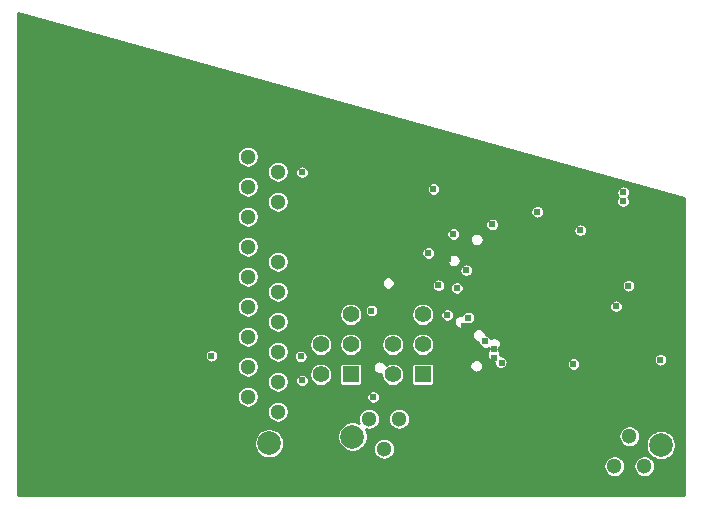
<source format=gbr>
G04 #@! TF.GenerationSoftware,KiCad,Pcbnew,5.1.4-e60b266~84~ubuntu18.04.1*
G04 #@! TF.CreationDate,2019-12-14T18:51:20-05:00*
G04 #@! TF.ProjectId,dashboard_MKV_ewan,64617368-626f-4617-9264-5f4d4b565f65,rev?*
G04 #@! TF.SameCoordinates,Original*
G04 #@! TF.FileFunction,Copper,L2,Inr*
G04 #@! TF.FilePolarity,Positive*
%FSLAX46Y46*%
G04 Gerber Fmt 4.6, Leading zero omitted, Abs format (unit mm)*
G04 Created by KiCad (PCBNEW 5.1.4-e60b266~84~ubuntu18.04.1) date 2019-12-14 18:51:20*
%MOMM*%
%LPD*%
G04 APERTURE LIST*
%ADD10C,1.300000*%
%ADD11C,2.000000*%
%ADD12R,1.400000X1.400000*%
%ADD13C,1.400000*%
%ADD14C,0.800000*%
%ADD15C,0.609600*%
%ADD16C,0.254000*%
G04 APERTURE END LIST*
D10*
X189157200Y-84934600D03*
X189157200Y-87474600D03*
X189157200Y-90014600D03*
X189157200Y-82394600D03*
X191697200Y-88744600D03*
X191697200Y-86204600D03*
X191697200Y-83664600D03*
X191697200Y-81124600D03*
X189157200Y-79854600D03*
X191697200Y-78584600D03*
X189157200Y-77314600D03*
X191697200Y-76044600D03*
X189157200Y-74774600D03*
X191697200Y-73504600D03*
X189157200Y-72234600D03*
X191697200Y-70964600D03*
X189157200Y-69694600D03*
X191697200Y-68424600D03*
X189157200Y-67154600D03*
X191697200Y-65884600D03*
D11*
X190957200Y-91414600D03*
D10*
X201958400Y-89355800D03*
X199418400Y-89355800D03*
X200688400Y-91895800D03*
X203228400Y-91895800D03*
D11*
X198018400Y-90855800D03*
D10*
X217652600Y-93370400D03*
X220192600Y-93370400D03*
X222732600Y-93370400D03*
X215112600Y-93370400D03*
X221462600Y-90830400D03*
X218922600Y-90830400D03*
X216382600Y-90830400D03*
X213842600Y-90830400D03*
X212572600Y-93370400D03*
X211302600Y-90830400D03*
D11*
X224132600Y-91570400D03*
D12*
X197866000Y-85598000D03*
D13*
X195326000Y-85598000D03*
X197866000Y-83058000D03*
X195326000Y-83058000D03*
X197866000Y-80518000D03*
X195326000Y-80518000D03*
X201422000Y-80518000D03*
X203962000Y-80518000D03*
X201422000Y-83058000D03*
X203962000Y-83058000D03*
X201422000Y-85598000D03*
D12*
X203962000Y-85598000D03*
D14*
X181856380Y-63482220D03*
X178521360Y-63517780D03*
X186692540Y-63482220D03*
X184591960Y-63482220D03*
X170256200Y-82796380D03*
X170357800Y-85598000D03*
X170357800Y-88544400D03*
X170357800Y-91770200D03*
X174365920Y-91826080D03*
X186740800Y-65227200D03*
X171485560Y-91813380D03*
D15*
X219595897Y-87925577D03*
X222961200Y-84419999D03*
X209143600Y-72593200D03*
X199136000Y-71069186D03*
X224948306Y-71079179D03*
X223901000Y-72145989D03*
X206121000Y-75819000D03*
X204876400Y-69900800D03*
X221386400Y-78089999D03*
X209843226Y-72895142D03*
X186080400Y-84023200D03*
X220328830Y-79816030D03*
X193751200Y-68478400D03*
X209843226Y-72895142D03*
X204437870Y-75304270D03*
X209995144Y-84209016D03*
X207843730Y-80783951D03*
X210007450Y-83439000D03*
X199771000Y-87503000D03*
X206857600Y-78282800D03*
X199627414Y-80183914D03*
X206552800Y-73710800D03*
X213664800Y-71831200D03*
X208661008Y-84074000D03*
X193649600Y-84074000D03*
X207450671Y-81474329D03*
X207603417Y-83135773D03*
X224098229Y-84347429D03*
X193751200Y-86106000D03*
X220916381Y-70933877D03*
X220937149Y-70172158D03*
X208085671Y-82109329D03*
X189915800Y-68834000D03*
X205486000Y-84074000D03*
X209245437Y-82804000D03*
X207645000Y-76771500D03*
X205295500Y-78041500D03*
X217297725Y-73388817D03*
X207719335Y-85107197D03*
X210644064Y-84608472D03*
X206042336Y-80566336D03*
X200406000Y-77848000D03*
X216725500Y-84709000D03*
D16*
G36*
X226112401Y-70671899D02*
G01*
X226112400Y-95835800D01*
X169721200Y-95835800D01*
X169721200Y-93278862D01*
X219263200Y-93278862D01*
X219263200Y-93461938D01*
X219298916Y-93641496D01*
X219368976Y-93810636D01*
X219470688Y-93962858D01*
X219600142Y-94092312D01*
X219752364Y-94194024D01*
X219921504Y-94264084D01*
X220101062Y-94299800D01*
X220284138Y-94299800D01*
X220463696Y-94264084D01*
X220632836Y-94194024D01*
X220785058Y-94092312D01*
X220914512Y-93962858D01*
X221016224Y-93810636D01*
X221086284Y-93641496D01*
X221122000Y-93461938D01*
X221122000Y-93278862D01*
X221803200Y-93278862D01*
X221803200Y-93461938D01*
X221838916Y-93641496D01*
X221908976Y-93810636D01*
X222010688Y-93962858D01*
X222140142Y-94092312D01*
X222292364Y-94194024D01*
X222461504Y-94264084D01*
X222641062Y-94299800D01*
X222824138Y-94299800D01*
X223003696Y-94264084D01*
X223172836Y-94194024D01*
X223325058Y-94092312D01*
X223454512Y-93962858D01*
X223556224Y-93810636D01*
X223626284Y-93641496D01*
X223662000Y-93461938D01*
X223662000Y-93278862D01*
X223626284Y-93099304D01*
X223556224Y-92930164D01*
X223454512Y-92777942D01*
X223325058Y-92648488D01*
X223172836Y-92546776D01*
X223003696Y-92476716D01*
X222824138Y-92441000D01*
X222641062Y-92441000D01*
X222461504Y-92476716D01*
X222292364Y-92546776D01*
X222140142Y-92648488D01*
X222010688Y-92777942D01*
X221908976Y-92930164D01*
X221838916Y-93099304D01*
X221803200Y-93278862D01*
X221122000Y-93278862D01*
X221086284Y-93099304D01*
X221016224Y-92930164D01*
X220914512Y-92777942D01*
X220785058Y-92648488D01*
X220632836Y-92546776D01*
X220463696Y-92476716D01*
X220284138Y-92441000D01*
X220101062Y-92441000D01*
X219921504Y-92476716D01*
X219752364Y-92546776D01*
X219600142Y-92648488D01*
X219470688Y-92777942D01*
X219368976Y-92930164D01*
X219298916Y-93099304D01*
X219263200Y-93278862D01*
X169721200Y-93278862D01*
X169721200Y-91288590D01*
X189677800Y-91288590D01*
X189677800Y-91540610D01*
X189726967Y-91787787D01*
X189823411Y-92020623D01*
X189963425Y-92230170D01*
X190141630Y-92408375D01*
X190351177Y-92548389D01*
X190584013Y-92644833D01*
X190831190Y-92694000D01*
X191083210Y-92694000D01*
X191330387Y-92644833D01*
X191563223Y-92548389D01*
X191772770Y-92408375D01*
X191950975Y-92230170D01*
X192090989Y-92020623D01*
X192187433Y-91787787D01*
X192236600Y-91540610D01*
X192236600Y-91288590D01*
X192187433Y-91041413D01*
X192090989Y-90808577D01*
X192038346Y-90729790D01*
X196739000Y-90729790D01*
X196739000Y-90981810D01*
X196788167Y-91228987D01*
X196884611Y-91461823D01*
X197024625Y-91671370D01*
X197202830Y-91849575D01*
X197412377Y-91989589D01*
X197645213Y-92086033D01*
X197892390Y-92135200D01*
X198144410Y-92135200D01*
X198391587Y-92086033D01*
X198624423Y-91989589D01*
X198833970Y-91849575D01*
X198879283Y-91804262D01*
X199759000Y-91804262D01*
X199759000Y-91987338D01*
X199794716Y-92166896D01*
X199864776Y-92336036D01*
X199966488Y-92488258D01*
X200095942Y-92617712D01*
X200248164Y-92719424D01*
X200417304Y-92789484D01*
X200596862Y-92825200D01*
X200779938Y-92825200D01*
X200959496Y-92789484D01*
X201128636Y-92719424D01*
X201280858Y-92617712D01*
X201410312Y-92488258D01*
X201512024Y-92336036D01*
X201582084Y-92166896D01*
X201617800Y-91987338D01*
X201617800Y-91804262D01*
X201582084Y-91624704D01*
X201512024Y-91455564D01*
X201410312Y-91303342D01*
X201280858Y-91173888D01*
X201128636Y-91072176D01*
X200959496Y-91002116D01*
X200779938Y-90966400D01*
X200596862Y-90966400D01*
X200417304Y-91002116D01*
X200248164Y-91072176D01*
X200095942Y-91173888D01*
X199966488Y-91303342D01*
X199864776Y-91455564D01*
X199794716Y-91624704D01*
X199759000Y-91804262D01*
X198879283Y-91804262D01*
X199012175Y-91671370D01*
X199152189Y-91461823D01*
X199248633Y-91228987D01*
X199297800Y-90981810D01*
X199297800Y-90738862D01*
X220533200Y-90738862D01*
X220533200Y-90921938D01*
X220568916Y-91101496D01*
X220638976Y-91270636D01*
X220740688Y-91422858D01*
X220870142Y-91552312D01*
X221022364Y-91654024D01*
X221191504Y-91724084D01*
X221371062Y-91759800D01*
X221554138Y-91759800D01*
X221733696Y-91724084D01*
X221902836Y-91654024D01*
X222055058Y-91552312D01*
X222162980Y-91444390D01*
X222853200Y-91444390D01*
X222853200Y-91696410D01*
X222902367Y-91943587D01*
X222998811Y-92176423D01*
X223138825Y-92385970D01*
X223317030Y-92564175D01*
X223526577Y-92704189D01*
X223759413Y-92800633D01*
X224006590Y-92849800D01*
X224258610Y-92849800D01*
X224505787Y-92800633D01*
X224738623Y-92704189D01*
X224948170Y-92564175D01*
X225126375Y-92385970D01*
X225266389Y-92176423D01*
X225362833Y-91943587D01*
X225412000Y-91696410D01*
X225412000Y-91444390D01*
X225362833Y-91197213D01*
X225266389Y-90964377D01*
X225126375Y-90754830D01*
X224948170Y-90576625D01*
X224738623Y-90436611D01*
X224505787Y-90340167D01*
X224258610Y-90291000D01*
X224006590Y-90291000D01*
X223759413Y-90340167D01*
X223526577Y-90436611D01*
X223317030Y-90576625D01*
X223138825Y-90754830D01*
X222998811Y-90964377D01*
X222902367Y-91197213D01*
X222853200Y-91444390D01*
X222162980Y-91444390D01*
X222184512Y-91422858D01*
X222286224Y-91270636D01*
X222356284Y-91101496D01*
X222392000Y-90921938D01*
X222392000Y-90738862D01*
X222356284Y-90559304D01*
X222286224Y-90390164D01*
X222184512Y-90237942D01*
X222055058Y-90108488D01*
X221902836Y-90006776D01*
X221733696Y-89936716D01*
X221554138Y-89901000D01*
X221371062Y-89901000D01*
X221191504Y-89936716D01*
X221022364Y-90006776D01*
X220870142Y-90108488D01*
X220740688Y-90237942D01*
X220638976Y-90390164D01*
X220568916Y-90559304D01*
X220533200Y-90738862D01*
X199297800Y-90738862D01*
X199297800Y-90729790D01*
X199248633Y-90482613D01*
X199152495Y-90250517D01*
X199326862Y-90285200D01*
X199509938Y-90285200D01*
X199689496Y-90249484D01*
X199858636Y-90179424D01*
X200010858Y-90077712D01*
X200140312Y-89948258D01*
X200242024Y-89796036D01*
X200312084Y-89626896D01*
X200347800Y-89447338D01*
X200347800Y-89264262D01*
X201029000Y-89264262D01*
X201029000Y-89447338D01*
X201064716Y-89626896D01*
X201134776Y-89796036D01*
X201236488Y-89948258D01*
X201365942Y-90077712D01*
X201518164Y-90179424D01*
X201687304Y-90249484D01*
X201866862Y-90285200D01*
X202049938Y-90285200D01*
X202229496Y-90249484D01*
X202398636Y-90179424D01*
X202550858Y-90077712D01*
X202680312Y-89948258D01*
X202782024Y-89796036D01*
X202852084Y-89626896D01*
X202887800Y-89447338D01*
X202887800Y-89264262D01*
X202852084Y-89084704D01*
X202782024Y-88915564D01*
X202680312Y-88763342D01*
X202550858Y-88633888D01*
X202398636Y-88532176D01*
X202229496Y-88462116D01*
X202049938Y-88426400D01*
X201866862Y-88426400D01*
X201687304Y-88462116D01*
X201518164Y-88532176D01*
X201365942Y-88633888D01*
X201236488Y-88763342D01*
X201134776Y-88915564D01*
X201064716Y-89084704D01*
X201029000Y-89264262D01*
X200347800Y-89264262D01*
X200312084Y-89084704D01*
X200242024Y-88915564D01*
X200140312Y-88763342D01*
X200010858Y-88633888D01*
X199858636Y-88532176D01*
X199689496Y-88462116D01*
X199509938Y-88426400D01*
X199326862Y-88426400D01*
X199147304Y-88462116D01*
X198978164Y-88532176D01*
X198825942Y-88633888D01*
X198696488Y-88763342D01*
X198594776Y-88915564D01*
X198524716Y-89084704D01*
X198489000Y-89264262D01*
X198489000Y-89447338D01*
X198524716Y-89626896D01*
X198551623Y-89691856D01*
X198391587Y-89625567D01*
X198144410Y-89576400D01*
X197892390Y-89576400D01*
X197645213Y-89625567D01*
X197412377Y-89722011D01*
X197202830Y-89862025D01*
X197024625Y-90040230D01*
X196884611Y-90249777D01*
X196788167Y-90482613D01*
X196739000Y-90729790D01*
X192038346Y-90729790D01*
X191950975Y-90599030D01*
X191772770Y-90420825D01*
X191563223Y-90280811D01*
X191330387Y-90184367D01*
X191083210Y-90135200D01*
X190831190Y-90135200D01*
X190584013Y-90184367D01*
X190351177Y-90280811D01*
X190141630Y-90420825D01*
X189963425Y-90599030D01*
X189823411Y-90808577D01*
X189726967Y-91041413D01*
X189677800Y-91288590D01*
X169721200Y-91288590D01*
X169721200Y-88653062D01*
X190767800Y-88653062D01*
X190767800Y-88836138D01*
X190803516Y-89015696D01*
X190873576Y-89184836D01*
X190975288Y-89337058D01*
X191104742Y-89466512D01*
X191256964Y-89568224D01*
X191426104Y-89638284D01*
X191605662Y-89674000D01*
X191788738Y-89674000D01*
X191968296Y-89638284D01*
X192137436Y-89568224D01*
X192289658Y-89466512D01*
X192419112Y-89337058D01*
X192520824Y-89184836D01*
X192590884Y-89015696D01*
X192626600Y-88836138D01*
X192626600Y-88653062D01*
X192590884Y-88473504D01*
X192520824Y-88304364D01*
X192419112Y-88152142D01*
X192289658Y-88022688D01*
X192137436Y-87920976D01*
X191968296Y-87850916D01*
X191788738Y-87815200D01*
X191605662Y-87815200D01*
X191426104Y-87850916D01*
X191256964Y-87920976D01*
X191104742Y-88022688D01*
X190975288Y-88152142D01*
X190873576Y-88304364D01*
X190803516Y-88473504D01*
X190767800Y-88653062D01*
X169721200Y-88653062D01*
X169721200Y-87383062D01*
X188227800Y-87383062D01*
X188227800Y-87566138D01*
X188263516Y-87745696D01*
X188333576Y-87914836D01*
X188435288Y-88067058D01*
X188564742Y-88196512D01*
X188716964Y-88298224D01*
X188886104Y-88368284D01*
X189065662Y-88404000D01*
X189248738Y-88404000D01*
X189428296Y-88368284D01*
X189597436Y-88298224D01*
X189749658Y-88196512D01*
X189879112Y-88067058D01*
X189980824Y-87914836D01*
X190050884Y-87745696D01*
X190086600Y-87566138D01*
X190086600Y-87445461D01*
X199186800Y-87445461D01*
X199186800Y-87560539D01*
X199209250Y-87673405D01*
X199253288Y-87779723D01*
X199317222Y-87875406D01*
X199398594Y-87956778D01*
X199494277Y-88020712D01*
X199600595Y-88064750D01*
X199713461Y-88087200D01*
X199828539Y-88087200D01*
X199941405Y-88064750D01*
X200047723Y-88020712D01*
X200143406Y-87956778D01*
X200224778Y-87875406D01*
X200288712Y-87779723D01*
X200332750Y-87673405D01*
X200355200Y-87560539D01*
X200355200Y-87445461D01*
X200332750Y-87332595D01*
X200288712Y-87226277D01*
X200224778Y-87130594D01*
X200143406Y-87049222D01*
X200047723Y-86985288D01*
X199941405Y-86941250D01*
X199828539Y-86918800D01*
X199713461Y-86918800D01*
X199600595Y-86941250D01*
X199494277Y-86985288D01*
X199398594Y-87049222D01*
X199317222Y-87130594D01*
X199253288Y-87226277D01*
X199209250Y-87332595D01*
X199186800Y-87445461D01*
X190086600Y-87445461D01*
X190086600Y-87383062D01*
X190050884Y-87203504D01*
X189980824Y-87034364D01*
X189879112Y-86882142D01*
X189749658Y-86752688D01*
X189597436Y-86650976D01*
X189428296Y-86580916D01*
X189248738Y-86545200D01*
X189065662Y-86545200D01*
X188886104Y-86580916D01*
X188716964Y-86650976D01*
X188564742Y-86752688D01*
X188435288Y-86882142D01*
X188333576Y-87034364D01*
X188263516Y-87203504D01*
X188227800Y-87383062D01*
X169721200Y-87383062D01*
X169721200Y-86113062D01*
X190767800Y-86113062D01*
X190767800Y-86296138D01*
X190803516Y-86475696D01*
X190873576Y-86644836D01*
X190975288Y-86797058D01*
X191104742Y-86926512D01*
X191256964Y-87028224D01*
X191426104Y-87098284D01*
X191605662Y-87134000D01*
X191788738Y-87134000D01*
X191968296Y-87098284D01*
X192137436Y-87028224D01*
X192289658Y-86926512D01*
X192419112Y-86797058D01*
X192520824Y-86644836D01*
X192590884Y-86475696D01*
X192626600Y-86296138D01*
X192626600Y-86113062D01*
X192613751Y-86048461D01*
X193167000Y-86048461D01*
X193167000Y-86163539D01*
X193189450Y-86276405D01*
X193233488Y-86382723D01*
X193297422Y-86478406D01*
X193378794Y-86559778D01*
X193474477Y-86623712D01*
X193580795Y-86667750D01*
X193693661Y-86690200D01*
X193808739Y-86690200D01*
X193921605Y-86667750D01*
X194027923Y-86623712D01*
X194123606Y-86559778D01*
X194204978Y-86478406D01*
X194268912Y-86382723D01*
X194312950Y-86276405D01*
X194335400Y-86163539D01*
X194335400Y-86048461D01*
X194312950Y-85935595D01*
X194268912Y-85829277D01*
X194204978Y-85733594D01*
X194123606Y-85652222D01*
X194027923Y-85588288D01*
X193921605Y-85544250D01*
X193808739Y-85521800D01*
X193693661Y-85521800D01*
X193580795Y-85544250D01*
X193474477Y-85588288D01*
X193378794Y-85652222D01*
X193297422Y-85733594D01*
X193233488Y-85829277D01*
X193189450Y-85935595D01*
X193167000Y-86048461D01*
X192613751Y-86048461D01*
X192590884Y-85933504D01*
X192520824Y-85764364D01*
X192419112Y-85612142D01*
X192308508Y-85501538D01*
X194346600Y-85501538D01*
X194346600Y-85694462D01*
X194384238Y-85883680D01*
X194458067Y-86061920D01*
X194565250Y-86222331D01*
X194701669Y-86358750D01*
X194862080Y-86465933D01*
X195040320Y-86539762D01*
X195229538Y-86577400D01*
X195422462Y-86577400D01*
X195611680Y-86539762D01*
X195789920Y-86465933D01*
X195950331Y-86358750D01*
X196086750Y-86222331D01*
X196193933Y-86061920D01*
X196267762Y-85883680D01*
X196305400Y-85694462D01*
X196305400Y-85501538D01*
X196267762Y-85312320D01*
X196193933Y-85134080D01*
X196086750Y-84973669D01*
X196011081Y-84898000D01*
X196885249Y-84898000D01*
X196885249Y-86298000D01*
X196890644Y-86352772D01*
X196906620Y-86405439D01*
X196932564Y-86453977D01*
X196967479Y-86496521D01*
X197010023Y-86531436D01*
X197058561Y-86557380D01*
X197111228Y-86573356D01*
X197166000Y-86578751D01*
X198566000Y-86578751D01*
X198620772Y-86573356D01*
X198673439Y-86557380D01*
X198721977Y-86531436D01*
X198764521Y-86496521D01*
X198799436Y-86453977D01*
X198825380Y-86405439D01*
X198841356Y-86352772D01*
X198846751Y-86298000D01*
X198846751Y-84940736D01*
X199720200Y-84940736D01*
X199720200Y-85055814D01*
X199742650Y-85168680D01*
X199786688Y-85274998D01*
X199850622Y-85370681D01*
X199931994Y-85452053D01*
X200027677Y-85515987D01*
X200133995Y-85560025D01*
X200246861Y-85582475D01*
X200361939Y-85582475D01*
X200442600Y-85566431D01*
X200442600Y-85694462D01*
X200480238Y-85883680D01*
X200554067Y-86061920D01*
X200661250Y-86222331D01*
X200797669Y-86358750D01*
X200958080Y-86465933D01*
X201136320Y-86539762D01*
X201325538Y-86577400D01*
X201518462Y-86577400D01*
X201707680Y-86539762D01*
X201885920Y-86465933D01*
X202046331Y-86358750D01*
X202182750Y-86222331D01*
X202289933Y-86061920D01*
X202363762Y-85883680D01*
X202401400Y-85694462D01*
X202401400Y-85501538D01*
X202363762Y-85312320D01*
X202289933Y-85134080D01*
X202182750Y-84973669D01*
X202107081Y-84898000D01*
X202981249Y-84898000D01*
X202981249Y-86298000D01*
X202986644Y-86352772D01*
X203002620Y-86405439D01*
X203028564Y-86453977D01*
X203063479Y-86496521D01*
X203106023Y-86531436D01*
X203154561Y-86557380D01*
X203207228Y-86573356D01*
X203262000Y-86578751D01*
X204662000Y-86578751D01*
X204716772Y-86573356D01*
X204769439Y-86557380D01*
X204817977Y-86531436D01*
X204860521Y-86496521D01*
X204895436Y-86453977D01*
X204921380Y-86405439D01*
X204937356Y-86352772D01*
X204942751Y-86298000D01*
X204942751Y-84898000D01*
X204937356Y-84843228D01*
X204928303Y-84813382D01*
X207914878Y-84813382D01*
X207914878Y-84928460D01*
X207937328Y-85041326D01*
X207981366Y-85147644D01*
X208045300Y-85243327D01*
X208126672Y-85324699D01*
X208222355Y-85388633D01*
X208328673Y-85432671D01*
X208441539Y-85455121D01*
X208556617Y-85455121D01*
X208669483Y-85432671D01*
X208775801Y-85388633D01*
X208871484Y-85324699D01*
X208952856Y-85243327D01*
X209016790Y-85147644D01*
X209060828Y-85041326D01*
X209083278Y-84928460D01*
X209083278Y-84813382D01*
X209060828Y-84700516D01*
X209016790Y-84594198D01*
X208952856Y-84498515D01*
X208871484Y-84417143D01*
X208775801Y-84353209D01*
X208669483Y-84309171D01*
X208556617Y-84286721D01*
X208441539Y-84286721D01*
X208328673Y-84309171D01*
X208222355Y-84353209D01*
X208126672Y-84417143D01*
X208045300Y-84498515D01*
X207981366Y-84594198D01*
X207937328Y-84700516D01*
X207914878Y-84813382D01*
X204928303Y-84813382D01*
X204921380Y-84790561D01*
X204895436Y-84742023D01*
X204860521Y-84699479D01*
X204817977Y-84664564D01*
X204769439Y-84638620D01*
X204716772Y-84622644D01*
X204662000Y-84617249D01*
X203262000Y-84617249D01*
X203207228Y-84622644D01*
X203154561Y-84638620D01*
X203106023Y-84664564D01*
X203063479Y-84699479D01*
X203028564Y-84742023D01*
X203002620Y-84790561D01*
X202986644Y-84843228D01*
X202981249Y-84898000D01*
X202107081Y-84898000D01*
X202046331Y-84837250D01*
X201885920Y-84730067D01*
X201707680Y-84656238D01*
X201518462Y-84618600D01*
X201325538Y-84618600D01*
X201136320Y-84656238D01*
X200958080Y-84730067D01*
X200854348Y-84799378D01*
X200822112Y-84721552D01*
X200758178Y-84625869D01*
X200676806Y-84544497D01*
X200581123Y-84480563D01*
X200474805Y-84436525D01*
X200361939Y-84414075D01*
X200246861Y-84414075D01*
X200133995Y-84436525D01*
X200027677Y-84480563D01*
X199931994Y-84544497D01*
X199850622Y-84625869D01*
X199786688Y-84721552D01*
X199742650Y-84827870D01*
X199720200Y-84940736D01*
X198846751Y-84940736D01*
X198846751Y-84898000D01*
X198841356Y-84843228D01*
X198825380Y-84790561D01*
X198799436Y-84742023D01*
X198764521Y-84699479D01*
X198721977Y-84664564D01*
X198673439Y-84638620D01*
X198620772Y-84622644D01*
X198566000Y-84617249D01*
X197166000Y-84617249D01*
X197111228Y-84622644D01*
X197058561Y-84638620D01*
X197010023Y-84664564D01*
X196967479Y-84699479D01*
X196932564Y-84742023D01*
X196906620Y-84790561D01*
X196890644Y-84843228D01*
X196885249Y-84898000D01*
X196011081Y-84898000D01*
X195950331Y-84837250D01*
X195789920Y-84730067D01*
X195611680Y-84656238D01*
X195422462Y-84618600D01*
X195229538Y-84618600D01*
X195040320Y-84656238D01*
X194862080Y-84730067D01*
X194701669Y-84837250D01*
X194565250Y-84973669D01*
X194458067Y-85134080D01*
X194384238Y-85312320D01*
X194346600Y-85501538D01*
X192308508Y-85501538D01*
X192289658Y-85482688D01*
X192137436Y-85380976D01*
X191968296Y-85310916D01*
X191788738Y-85275200D01*
X191605662Y-85275200D01*
X191426104Y-85310916D01*
X191256964Y-85380976D01*
X191104742Y-85482688D01*
X190975288Y-85612142D01*
X190873576Y-85764364D01*
X190803516Y-85933504D01*
X190767800Y-86113062D01*
X169721200Y-86113062D01*
X169721200Y-84843062D01*
X188227800Y-84843062D01*
X188227800Y-85026138D01*
X188263516Y-85205696D01*
X188333576Y-85374836D01*
X188435288Y-85527058D01*
X188564742Y-85656512D01*
X188716964Y-85758224D01*
X188886104Y-85828284D01*
X189065662Y-85864000D01*
X189248738Y-85864000D01*
X189428296Y-85828284D01*
X189597436Y-85758224D01*
X189749658Y-85656512D01*
X189879112Y-85527058D01*
X189980824Y-85374836D01*
X190050884Y-85205696D01*
X190086600Y-85026138D01*
X190086600Y-84843062D01*
X190050884Y-84663504D01*
X189980824Y-84494364D01*
X189879112Y-84342142D01*
X189749658Y-84212688D01*
X189597436Y-84110976D01*
X189428296Y-84040916D01*
X189248738Y-84005200D01*
X189065662Y-84005200D01*
X188886104Y-84040916D01*
X188716964Y-84110976D01*
X188564742Y-84212688D01*
X188435288Y-84342142D01*
X188333576Y-84494364D01*
X188263516Y-84663504D01*
X188227800Y-84843062D01*
X169721200Y-84843062D01*
X169721200Y-83965661D01*
X185496200Y-83965661D01*
X185496200Y-84080739D01*
X185518650Y-84193605D01*
X185562688Y-84299923D01*
X185626622Y-84395606D01*
X185707994Y-84476978D01*
X185803677Y-84540912D01*
X185909995Y-84584950D01*
X186022861Y-84607400D01*
X186137939Y-84607400D01*
X186250805Y-84584950D01*
X186357123Y-84540912D01*
X186452806Y-84476978D01*
X186534178Y-84395606D01*
X186598112Y-84299923D01*
X186642150Y-84193605D01*
X186664600Y-84080739D01*
X186664600Y-83965661D01*
X186642150Y-83852795D01*
X186598112Y-83746477D01*
X186534178Y-83650794D01*
X186456446Y-83573062D01*
X190767800Y-83573062D01*
X190767800Y-83756138D01*
X190803516Y-83935696D01*
X190873576Y-84104836D01*
X190975288Y-84257058D01*
X191104742Y-84386512D01*
X191256964Y-84488224D01*
X191426104Y-84558284D01*
X191605662Y-84594000D01*
X191788738Y-84594000D01*
X191968296Y-84558284D01*
X192137436Y-84488224D01*
X192289658Y-84386512D01*
X192419112Y-84257058D01*
X192520824Y-84104836D01*
X192557430Y-84016461D01*
X193065400Y-84016461D01*
X193065400Y-84131539D01*
X193087850Y-84244405D01*
X193131888Y-84350723D01*
X193195822Y-84446406D01*
X193277194Y-84527778D01*
X193372877Y-84591712D01*
X193479195Y-84635750D01*
X193592061Y-84658200D01*
X193707139Y-84658200D01*
X193820005Y-84635750D01*
X193926323Y-84591712D01*
X194022006Y-84527778D01*
X194103378Y-84446406D01*
X194167312Y-84350723D01*
X194211350Y-84244405D01*
X194233800Y-84131539D01*
X194233800Y-84016461D01*
X194211350Y-83903595D01*
X194167312Y-83797277D01*
X194103378Y-83701594D01*
X194022006Y-83620222D01*
X193926323Y-83556288D01*
X193820005Y-83512250D01*
X193707139Y-83489800D01*
X193592061Y-83489800D01*
X193479195Y-83512250D01*
X193372877Y-83556288D01*
X193277194Y-83620222D01*
X193195822Y-83701594D01*
X193131888Y-83797277D01*
X193087850Y-83903595D01*
X193065400Y-84016461D01*
X192557430Y-84016461D01*
X192590884Y-83935696D01*
X192626600Y-83756138D01*
X192626600Y-83573062D01*
X192590884Y-83393504D01*
X192520824Y-83224364D01*
X192419112Y-83072142D01*
X192308508Y-82961538D01*
X194346600Y-82961538D01*
X194346600Y-83154462D01*
X194384238Y-83343680D01*
X194458067Y-83521920D01*
X194565250Y-83682331D01*
X194701669Y-83818750D01*
X194862080Y-83925933D01*
X195040320Y-83999762D01*
X195229538Y-84037400D01*
X195422462Y-84037400D01*
X195611680Y-83999762D01*
X195789920Y-83925933D01*
X195950331Y-83818750D01*
X196086750Y-83682331D01*
X196193933Y-83521920D01*
X196267762Y-83343680D01*
X196305400Y-83154462D01*
X196305400Y-82961538D01*
X196886600Y-82961538D01*
X196886600Y-83154462D01*
X196924238Y-83343680D01*
X196998067Y-83521920D01*
X197105250Y-83682331D01*
X197241669Y-83818750D01*
X197402080Y-83925933D01*
X197580320Y-83999762D01*
X197769538Y-84037400D01*
X197962462Y-84037400D01*
X198151680Y-83999762D01*
X198329920Y-83925933D01*
X198490331Y-83818750D01*
X198626750Y-83682331D01*
X198733933Y-83521920D01*
X198807762Y-83343680D01*
X198845400Y-83154462D01*
X198845400Y-82961538D01*
X200442600Y-82961538D01*
X200442600Y-83154462D01*
X200480238Y-83343680D01*
X200554067Y-83521920D01*
X200661250Y-83682331D01*
X200797669Y-83818750D01*
X200958080Y-83925933D01*
X201136320Y-83999762D01*
X201325538Y-84037400D01*
X201518462Y-84037400D01*
X201707680Y-83999762D01*
X201885920Y-83925933D01*
X202046331Y-83818750D01*
X202182750Y-83682331D01*
X202289933Y-83521920D01*
X202363762Y-83343680D01*
X202401400Y-83154462D01*
X202401400Y-82961538D01*
X202982600Y-82961538D01*
X202982600Y-83154462D01*
X203020238Y-83343680D01*
X203094067Y-83521920D01*
X203201250Y-83682331D01*
X203337669Y-83818750D01*
X203498080Y-83925933D01*
X203676320Y-83999762D01*
X203865538Y-84037400D01*
X204058462Y-84037400D01*
X204247680Y-83999762D01*
X204425920Y-83925933D01*
X204586331Y-83818750D01*
X204722750Y-83682331D01*
X204829933Y-83521920D01*
X204903762Y-83343680D01*
X204941400Y-83154462D01*
X204941400Y-82961538D01*
X204903762Y-82772320D01*
X204829933Y-82594080D01*
X204722750Y-82433669D01*
X204586331Y-82297250D01*
X204429701Y-82192593D01*
X208119982Y-82192593D01*
X208119982Y-82307671D01*
X208142432Y-82420537D01*
X208186470Y-82526855D01*
X208250404Y-82622538D01*
X208331776Y-82703910D01*
X208427459Y-82767844D01*
X208533777Y-82811882D01*
X208646643Y-82834332D01*
X208676389Y-82834332D01*
X208676389Y-82912310D01*
X208698839Y-83025176D01*
X208742877Y-83131494D01*
X208806811Y-83227177D01*
X208888183Y-83308549D01*
X208983866Y-83372483D01*
X209090184Y-83416521D01*
X209203050Y-83438971D01*
X209318128Y-83438971D01*
X209430994Y-83416521D01*
X209537312Y-83372483D01*
X209545160Y-83367239D01*
X209553424Y-83379606D01*
X209618550Y-83444732D01*
X209583994Y-83467822D01*
X209502622Y-83549194D01*
X209438688Y-83644877D01*
X209394650Y-83751195D01*
X209372200Y-83864061D01*
X209372200Y-83979139D01*
X209394650Y-84092005D01*
X209438688Y-84198323D01*
X209502622Y-84294006D01*
X209583994Y-84375378D01*
X209679677Y-84439312D01*
X209785995Y-84483350D01*
X209898861Y-84505800D01*
X209981800Y-84505800D01*
X209981800Y-84618990D01*
X210004250Y-84731856D01*
X210048288Y-84838174D01*
X210112222Y-84933857D01*
X210193594Y-85015229D01*
X210289277Y-85079163D01*
X210395595Y-85123201D01*
X210508461Y-85145651D01*
X210623539Y-85145651D01*
X210736405Y-85123201D01*
X210842723Y-85079163D01*
X210938406Y-85015229D01*
X211019778Y-84933857D01*
X211083712Y-84838174D01*
X211127750Y-84731856D01*
X211143741Y-84651461D01*
X216141300Y-84651461D01*
X216141300Y-84766539D01*
X216163750Y-84879405D01*
X216207788Y-84985723D01*
X216271722Y-85081406D01*
X216353094Y-85162778D01*
X216448777Y-85226712D01*
X216555095Y-85270750D01*
X216667961Y-85293200D01*
X216783039Y-85293200D01*
X216895905Y-85270750D01*
X217002223Y-85226712D01*
X217097906Y-85162778D01*
X217179278Y-85081406D01*
X217243212Y-84985723D01*
X217287250Y-84879405D01*
X217309700Y-84766539D01*
X217309700Y-84651461D01*
X217287250Y-84538595D01*
X217243212Y-84432277D01*
X217179278Y-84336594D01*
X217132574Y-84289890D01*
X223514029Y-84289890D01*
X223514029Y-84404968D01*
X223536479Y-84517834D01*
X223580517Y-84624152D01*
X223644451Y-84719835D01*
X223725823Y-84801207D01*
X223821506Y-84865141D01*
X223927824Y-84909179D01*
X224040690Y-84931629D01*
X224155768Y-84931629D01*
X224268634Y-84909179D01*
X224374952Y-84865141D01*
X224470635Y-84801207D01*
X224552007Y-84719835D01*
X224615941Y-84624152D01*
X224659979Y-84517834D01*
X224682429Y-84404968D01*
X224682429Y-84289890D01*
X224659979Y-84177024D01*
X224615941Y-84070706D01*
X224552007Y-83975023D01*
X224470635Y-83893651D01*
X224374952Y-83829717D01*
X224268634Y-83785679D01*
X224155768Y-83763229D01*
X224040690Y-83763229D01*
X223927824Y-83785679D01*
X223821506Y-83829717D01*
X223725823Y-83893651D01*
X223644451Y-83975023D01*
X223580517Y-84070706D01*
X223536479Y-84177024D01*
X223514029Y-84289890D01*
X217132574Y-84289890D01*
X217097906Y-84255222D01*
X217002223Y-84191288D01*
X216895905Y-84147250D01*
X216783039Y-84124800D01*
X216667961Y-84124800D01*
X216555095Y-84147250D01*
X216448777Y-84191288D01*
X216353094Y-84255222D01*
X216271722Y-84336594D01*
X216207788Y-84432277D01*
X216163750Y-84538595D01*
X216141300Y-84651461D01*
X211143741Y-84651461D01*
X211150200Y-84618990D01*
X211150200Y-84503912D01*
X211127750Y-84391046D01*
X211083712Y-84284728D01*
X211019778Y-84189045D01*
X210938406Y-84107673D01*
X210842723Y-84043739D01*
X210736405Y-83999701D01*
X210623539Y-83977251D01*
X210540600Y-83977251D01*
X210540600Y-83864061D01*
X210518150Y-83751195D01*
X210474112Y-83644877D01*
X210410178Y-83549194D01*
X210345052Y-83484068D01*
X210379608Y-83460978D01*
X210460980Y-83379606D01*
X210524914Y-83283923D01*
X210568952Y-83177605D01*
X210591402Y-83064739D01*
X210591402Y-82949661D01*
X210568952Y-82836795D01*
X210524914Y-82730477D01*
X210460980Y-82634794D01*
X210379608Y-82553422D01*
X210283925Y-82489488D01*
X210177607Y-82445450D01*
X210064741Y-82423000D01*
X209949663Y-82423000D01*
X209836797Y-82445450D01*
X209730479Y-82489488D01*
X209722631Y-82494732D01*
X209714367Y-82482365D01*
X209632995Y-82400993D01*
X209537312Y-82337059D01*
X209430994Y-82293021D01*
X209318128Y-82270571D01*
X209288382Y-82270571D01*
X209288382Y-82192593D01*
X209265932Y-82079727D01*
X209221894Y-81973409D01*
X209157960Y-81877726D01*
X209076588Y-81796354D01*
X208980905Y-81732420D01*
X208874587Y-81688382D01*
X208761721Y-81665932D01*
X208646643Y-81665932D01*
X208533777Y-81688382D01*
X208427459Y-81732420D01*
X208331776Y-81796354D01*
X208250404Y-81877726D01*
X208186470Y-81973409D01*
X208142432Y-82079727D01*
X208119982Y-82192593D01*
X204429701Y-82192593D01*
X204425920Y-82190067D01*
X204247680Y-82116238D01*
X204058462Y-82078600D01*
X203865538Y-82078600D01*
X203676320Y-82116238D01*
X203498080Y-82190067D01*
X203337669Y-82297250D01*
X203201250Y-82433669D01*
X203094067Y-82594080D01*
X203020238Y-82772320D01*
X202982600Y-82961538D01*
X202401400Y-82961538D01*
X202363762Y-82772320D01*
X202289933Y-82594080D01*
X202182750Y-82433669D01*
X202046331Y-82297250D01*
X201885920Y-82190067D01*
X201707680Y-82116238D01*
X201518462Y-82078600D01*
X201325538Y-82078600D01*
X201136320Y-82116238D01*
X200958080Y-82190067D01*
X200797669Y-82297250D01*
X200661250Y-82433669D01*
X200554067Y-82594080D01*
X200480238Y-82772320D01*
X200442600Y-82961538D01*
X198845400Y-82961538D01*
X198807762Y-82772320D01*
X198733933Y-82594080D01*
X198626750Y-82433669D01*
X198490331Y-82297250D01*
X198329920Y-82190067D01*
X198151680Y-82116238D01*
X197962462Y-82078600D01*
X197769538Y-82078600D01*
X197580320Y-82116238D01*
X197402080Y-82190067D01*
X197241669Y-82297250D01*
X197105250Y-82433669D01*
X196998067Y-82594080D01*
X196924238Y-82772320D01*
X196886600Y-82961538D01*
X196305400Y-82961538D01*
X196267762Y-82772320D01*
X196193933Y-82594080D01*
X196086750Y-82433669D01*
X195950331Y-82297250D01*
X195789920Y-82190067D01*
X195611680Y-82116238D01*
X195422462Y-82078600D01*
X195229538Y-82078600D01*
X195040320Y-82116238D01*
X194862080Y-82190067D01*
X194701669Y-82297250D01*
X194565250Y-82433669D01*
X194458067Y-82594080D01*
X194384238Y-82772320D01*
X194346600Y-82961538D01*
X192308508Y-82961538D01*
X192289658Y-82942688D01*
X192137436Y-82840976D01*
X191968296Y-82770916D01*
X191788738Y-82735200D01*
X191605662Y-82735200D01*
X191426104Y-82770916D01*
X191256964Y-82840976D01*
X191104742Y-82942688D01*
X190975288Y-83072142D01*
X190873576Y-83224364D01*
X190803516Y-83393504D01*
X190767800Y-83573062D01*
X186456446Y-83573062D01*
X186452806Y-83569422D01*
X186357123Y-83505488D01*
X186250805Y-83461450D01*
X186137939Y-83439000D01*
X186022861Y-83439000D01*
X185909995Y-83461450D01*
X185803677Y-83505488D01*
X185707994Y-83569422D01*
X185626622Y-83650794D01*
X185562688Y-83746477D01*
X185518650Y-83852795D01*
X185496200Y-83965661D01*
X169721200Y-83965661D01*
X169721200Y-82303062D01*
X188227800Y-82303062D01*
X188227800Y-82486138D01*
X188263516Y-82665696D01*
X188333576Y-82834836D01*
X188435288Y-82987058D01*
X188564742Y-83116512D01*
X188716964Y-83218224D01*
X188886104Y-83288284D01*
X189065662Y-83324000D01*
X189248738Y-83324000D01*
X189428296Y-83288284D01*
X189597436Y-83218224D01*
X189749658Y-83116512D01*
X189879112Y-82987058D01*
X189980824Y-82834836D01*
X190050884Y-82665696D01*
X190086600Y-82486138D01*
X190086600Y-82303062D01*
X190050884Y-82123504D01*
X189980824Y-81954364D01*
X189879112Y-81802142D01*
X189749658Y-81672688D01*
X189597436Y-81570976D01*
X189428296Y-81500916D01*
X189248738Y-81465200D01*
X189065662Y-81465200D01*
X188886104Y-81500916D01*
X188716964Y-81570976D01*
X188564742Y-81672688D01*
X188435288Y-81802142D01*
X188333576Y-81954364D01*
X188263516Y-82123504D01*
X188227800Y-82303062D01*
X169721200Y-82303062D01*
X169721200Y-81033062D01*
X190767800Y-81033062D01*
X190767800Y-81216138D01*
X190803516Y-81395696D01*
X190873576Y-81564836D01*
X190975288Y-81717058D01*
X191104742Y-81846512D01*
X191256964Y-81948224D01*
X191426104Y-82018284D01*
X191605662Y-82054000D01*
X191788738Y-82054000D01*
X191968296Y-82018284D01*
X192137436Y-81948224D01*
X192289658Y-81846512D01*
X192419112Y-81717058D01*
X192520824Y-81564836D01*
X192590884Y-81395696D01*
X192626600Y-81216138D01*
X192626600Y-81033062D01*
X192590884Y-80853504D01*
X192520824Y-80684364D01*
X192419112Y-80532142D01*
X192308508Y-80421538D01*
X196886600Y-80421538D01*
X196886600Y-80614462D01*
X196924238Y-80803680D01*
X196998067Y-80981920D01*
X197105250Y-81142331D01*
X197241669Y-81278750D01*
X197402080Y-81385933D01*
X197580320Y-81459762D01*
X197769538Y-81497400D01*
X197962462Y-81497400D01*
X198151680Y-81459762D01*
X198329920Y-81385933D01*
X198490331Y-81278750D01*
X198626750Y-81142331D01*
X198733933Y-80981920D01*
X198807762Y-80803680D01*
X198845400Y-80614462D01*
X198845400Y-80421538D01*
X198807762Y-80232320D01*
X198763879Y-80126375D01*
X199043214Y-80126375D01*
X199043214Y-80241453D01*
X199065664Y-80354319D01*
X199109702Y-80460637D01*
X199173636Y-80556320D01*
X199255008Y-80637692D01*
X199350691Y-80701626D01*
X199457009Y-80745664D01*
X199569875Y-80768114D01*
X199684953Y-80768114D01*
X199797819Y-80745664D01*
X199904137Y-80701626D01*
X199999820Y-80637692D01*
X200081192Y-80556320D01*
X200145126Y-80460637D01*
X200161321Y-80421538D01*
X202982600Y-80421538D01*
X202982600Y-80614462D01*
X203020238Y-80803680D01*
X203094067Y-80981920D01*
X203201250Y-81142331D01*
X203337669Y-81278750D01*
X203498080Y-81385933D01*
X203676320Y-81459762D01*
X203865538Y-81497400D01*
X204058462Y-81497400D01*
X204247680Y-81459762D01*
X204425920Y-81385933D01*
X204586331Y-81278750D01*
X204722750Y-81142331D01*
X204829933Y-80981920D01*
X204903762Y-80803680D01*
X204941400Y-80614462D01*
X204941400Y-80508797D01*
X205458136Y-80508797D01*
X205458136Y-80623875D01*
X205480586Y-80736741D01*
X205524624Y-80843059D01*
X205588558Y-80938742D01*
X205669930Y-81020114D01*
X205765613Y-81084048D01*
X205871931Y-81128086D01*
X205984797Y-81150536D01*
X206099875Y-81150536D01*
X206212741Y-81128086D01*
X206319059Y-81084048D01*
X206339991Y-81070061D01*
X206578200Y-81070061D01*
X206578200Y-81185139D01*
X206600650Y-81298005D01*
X206644688Y-81404323D01*
X206708622Y-81500006D01*
X206789994Y-81581378D01*
X206885677Y-81645312D01*
X206991995Y-81689350D01*
X207104861Y-81711800D01*
X207219939Y-81711800D01*
X207332805Y-81689350D01*
X207439123Y-81645312D01*
X207534806Y-81581378D01*
X207616178Y-81500006D01*
X207680112Y-81404323D01*
X207702029Y-81351410D01*
X207786191Y-81368151D01*
X207901269Y-81368151D01*
X208014135Y-81345701D01*
X208120453Y-81301663D01*
X208216136Y-81237729D01*
X208297508Y-81156357D01*
X208361442Y-81060674D01*
X208405480Y-80954356D01*
X208427930Y-80841490D01*
X208427930Y-80726412D01*
X208405480Y-80613546D01*
X208361442Y-80507228D01*
X208297508Y-80411545D01*
X208216136Y-80330173D01*
X208120453Y-80266239D01*
X208014135Y-80222201D01*
X207901269Y-80199751D01*
X207786191Y-80199751D01*
X207673325Y-80222201D01*
X207567007Y-80266239D01*
X207471324Y-80330173D01*
X207389952Y-80411545D01*
X207326018Y-80507228D01*
X207304101Y-80560141D01*
X207219939Y-80543400D01*
X207104861Y-80543400D01*
X206991995Y-80565850D01*
X206885677Y-80609888D01*
X206789994Y-80673822D01*
X206708622Y-80755194D01*
X206644688Y-80850877D01*
X206600650Y-80957195D01*
X206578200Y-81070061D01*
X206339991Y-81070061D01*
X206414742Y-81020114D01*
X206496114Y-80938742D01*
X206560048Y-80843059D01*
X206604086Y-80736741D01*
X206626536Y-80623875D01*
X206626536Y-80508797D01*
X206604086Y-80395931D01*
X206560048Y-80289613D01*
X206496114Y-80193930D01*
X206414742Y-80112558D01*
X206319059Y-80048624D01*
X206212741Y-80004586D01*
X206099875Y-79982136D01*
X205984797Y-79982136D01*
X205871931Y-80004586D01*
X205765613Y-80048624D01*
X205669930Y-80112558D01*
X205588558Y-80193930D01*
X205524624Y-80289613D01*
X205480586Y-80395931D01*
X205458136Y-80508797D01*
X204941400Y-80508797D01*
X204941400Y-80421538D01*
X204903762Y-80232320D01*
X204829933Y-80054080D01*
X204722750Y-79893669D01*
X204587572Y-79758491D01*
X219744630Y-79758491D01*
X219744630Y-79873569D01*
X219767080Y-79986435D01*
X219811118Y-80092753D01*
X219875052Y-80188436D01*
X219956424Y-80269808D01*
X220052107Y-80333742D01*
X220158425Y-80377780D01*
X220271291Y-80400230D01*
X220386369Y-80400230D01*
X220499235Y-80377780D01*
X220605553Y-80333742D01*
X220701236Y-80269808D01*
X220782608Y-80188436D01*
X220846542Y-80092753D01*
X220890580Y-79986435D01*
X220913030Y-79873569D01*
X220913030Y-79758491D01*
X220890580Y-79645625D01*
X220846542Y-79539307D01*
X220782608Y-79443624D01*
X220701236Y-79362252D01*
X220605553Y-79298318D01*
X220499235Y-79254280D01*
X220386369Y-79231830D01*
X220271291Y-79231830D01*
X220158425Y-79254280D01*
X220052107Y-79298318D01*
X219956424Y-79362252D01*
X219875052Y-79443624D01*
X219811118Y-79539307D01*
X219767080Y-79645625D01*
X219744630Y-79758491D01*
X204587572Y-79758491D01*
X204586331Y-79757250D01*
X204425920Y-79650067D01*
X204247680Y-79576238D01*
X204058462Y-79538600D01*
X203865538Y-79538600D01*
X203676320Y-79576238D01*
X203498080Y-79650067D01*
X203337669Y-79757250D01*
X203201250Y-79893669D01*
X203094067Y-80054080D01*
X203020238Y-80232320D01*
X202982600Y-80421538D01*
X200161321Y-80421538D01*
X200189164Y-80354319D01*
X200211614Y-80241453D01*
X200211614Y-80126375D01*
X200189164Y-80013509D01*
X200145126Y-79907191D01*
X200081192Y-79811508D01*
X199999820Y-79730136D01*
X199904137Y-79666202D01*
X199797819Y-79622164D01*
X199684953Y-79599714D01*
X199569875Y-79599714D01*
X199457009Y-79622164D01*
X199350691Y-79666202D01*
X199255008Y-79730136D01*
X199173636Y-79811508D01*
X199109702Y-79907191D01*
X199065664Y-80013509D01*
X199043214Y-80126375D01*
X198763879Y-80126375D01*
X198733933Y-80054080D01*
X198626750Y-79893669D01*
X198490331Y-79757250D01*
X198329920Y-79650067D01*
X198151680Y-79576238D01*
X197962462Y-79538600D01*
X197769538Y-79538600D01*
X197580320Y-79576238D01*
X197402080Y-79650067D01*
X197241669Y-79757250D01*
X197105250Y-79893669D01*
X196998067Y-80054080D01*
X196924238Y-80232320D01*
X196886600Y-80421538D01*
X192308508Y-80421538D01*
X192289658Y-80402688D01*
X192137436Y-80300976D01*
X191968296Y-80230916D01*
X191788738Y-80195200D01*
X191605662Y-80195200D01*
X191426104Y-80230916D01*
X191256964Y-80300976D01*
X191104742Y-80402688D01*
X190975288Y-80532142D01*
X190873576Y-80684364D01*
X190803516Y-80853504D01*
X190767800Y-81033062D01*
X169721200Y-81033062D01*
X169721200Y-79763062D01*
X188227800Y-79763062D01*
X188227800Y-79946138D01*
X188263516Y-80125696D01*
X188333576Y-80294836D01*
X188435288Y-80447058D01*
X188564742Y-80576512D01*
X188716964Y-80678224D01*
X188886104Y-80748284D01*
X189065662Y-80784000D01*
X189248738Y-80784000D01*
X189428296Y-80748284D01*
X189597436Y-80678224D01*
X189749658Y-80576512D01*
X189879112Y-80447058D01*
X189980824Y-80294836D01*
X190050884Y-80125696D01*
X190086600Y-79946138D01*
X190086600Y-79763062D01*
X190050884Y-79583504D01*
X189980824Y-79414364D01*
X189879112Y-79262142D01*
X189749658Y-79132688D01*
X189597436Y-79030976D01*
X189428296Y-78960916D01*
X189248738Y-78925200D01*
X189065662Y-78925200D01*
X188886104Y-78960916D01*
X188716964Y-79030976D01*
X188564742Y-79132688D01*
X188435288Y-79262142D01*
X188333576Y-79414364D01*
X188263516Y-79583504D01*
X188227800Y-79763062D01*
X169721200Y-79763062D01*
X169721200Y-78493062D01*
X190767800Y-78493062D01*
X190767800Y-78676138D01*
X190803516Y-78855696D01*
X190873576Y-79024836D01*
X190975288Y-79177058D01*
X191104742Y-79306512D01*
X191256964Y-79408224D01*
X191426104Y-79478284D01*
X191605662Y-79514000D01*
X191788738Y-79514000D01*
X191968296Y-79478284D01*
X192137436Y-79408224D01*
X192289658Y-79306512D01*
X192419112Y-79177058D01*
X192520824Y-79024836D01*
X192590884Y-78855696D01*
X192626600Y-78676138D01*
X192626600Y-78493062D01*
X192590884Y-78313504D01*
X192520824Y-78144364D01*
X192419112Y-77992142D01*
X192289658Y-77862688D01*
X192181564Y-77790461D01*
X200442417Y-77790461D01*
X200442417Y-77905539D01*
X200464867Y-78018405D01*
X200508905Y-78124723D01*
X200572839Y-78220406D01*
X200654211Y-78301778D01*
X200749894Y-78365712D01*
X200856212Y-78409750D01*
X200969078Y-78432200D01*
X201084156Y-78432200D01*
X201197022Y-78409750D01*
X201303340Y-78365712D01*
X201399023Y-78301778D01*
X201480395Y-78220406D01*
X201544329Y-78124723D01*
X201588367Y-78018405D01*
X201595218Y-77983961D01*
X204711300Y-77983961D01*
X204711300Y-78099039D01*
X204733750Y-78211905D01*
X204777788Y-78318223D01*
X204841722Y-78413906D01*
X204923094Y-78495278D01*
X205018777Y-78559212D01*
X205125095Y-78603250D01*
X205237961Y-78625700D01*
X205353039Y-78625700D01*
X205465905Y-78603250D01*
X205572223Y-78559212D01*
X205667906Y-78495278D01*
X205749278Y-78413906D01*
X205813212Y-78318223D01*
X205851717Y-78225261D01*
X206273400Y-78225261D01*
X206273400Y-78340339D01*
X206295850Y-78453205D01*
X206339888Y-78559523D01*
X206403822Y-78655206D01*
X206485194Y-78736578D01*
X206580877Y-78800512D01*
X206687195Y-78844550D01*
X206800061Y-78867000D01*
X206915139Y-78867000D01*
X207028005Y-78844550D01*
X207134323Y-78800512D01*
X207230006Y-78736578D01*
X207311378Y-78655206D01*
X207375312Y-78559523D01*
X207419350Y-78453205D01*
X207441800Y-78340339D01*
X207441800Y-78225261D01*
X207419350Y-78112395D01*
X207386241Y-78032460D01*
X220802200Y-78032460D01*
X220802200Y-78147538D01*
X220824650Y-78260404D01*
X220868688Y-78366722D01*
X220932622Y-78462405D01*
X221013994Y-78543777D01*
X221109677Y-78607711D01*
X221215995Y-78651749D01*
X221328861Y-78674199D01*
X221443939Y-78674199D01*
X221556805Y-78651749D01*
X221663123Y-78607711D01*
X221758806Y-78543777D01*
X221840178Y-78462405D01*
X221904112Y-78366722D01*
X221948150Y-78260404D01*
X221970600Y-78147538D01*
X221970600Y-78032460D01*
X221948150Y-77919594D01*
X221904112Y-77813276D01*
X221840178Y-77717593D01*
X221758806Y-77636221D01*
X221663123Y-77572287D01*
X221556805Y-77528249D01*
X221443939Y-77505799D01*
X221328861Y-77505799D01*
X221215995Y-77528249D01*
X221109677Y-77572287D01*
X221013994Y-77636221D01*
X220932622Y-77717593D01*
X220868688Y-77813276D01*
X220824650Y-77919594D01*
X220802200Y-78032460D01*
X207386241Y-78032460D01*
X207375312Y-78006077D01*
X207311378Y-77910394D01*
X207230006Y-77829022D01*
X207134323Y-77765088D01*
X207028005Y-77721050D01*
X206915139Y-77698600D01*
X206800061Y-77698600D01*
X206687195Y-77721050D01*
X206580877Y-77765088D01*
X206485194Y-77829022D01*
X206403822Y-77910394D01*
X206339888Y-78006077D01*
X206295850Y-78112395D01*
X206273400Y-78225261D01*
X205851717Y-78225261D01*
X205857250Y-78211905D01*
X205879700Y-78099039D01*
X205879700Y-77983961D01*
X205857250Y-77871095D01*
X205813212Y-77764777D01*
X205749278Y-77669094D01*
X205667906Y-77587722D01*
X205572223Y-77523788D01*
X205465905Y-77479750D01*
X205353039Y-77457300D01*
X205237961Y-77457300D01*
X205125095Y-77479750D01*
X205018777Y-77523788D01*
X204923094Y-77587722D01*
X204841722Y-77669094D01*
X204777788Y-77764777D01*
X204733750Y-77871095D01*
X204711300Y-77983961D01*
X201595218Y-77983961D01*
X201610817Y-77905539D01*
X201610817Y-77790461D01*
X201588367Y-77677595D01*
X201544329Y-77571277D01*
X201480395Y-77475594D01*
X201399023Y-77394222D01*
X201303340Y-77330288D01*
X201197022Y-77286250D01*
X201084156Y-77263800D01*
X200969078Y-77263800D01*
X200856212Y-77286250D01*
X200749894Y-77330288D01*
X200654211Y-77394222D01*
X200572839Y-77475594D01*
X200508905Y-77571277D01*
X200464867Y-77677595D01*
X200442417Y-77790461D01*
X192181564Y-77790461D01*
X192137436Y-77760976D01*
X191968296Y-77690916D01*
X191788738Y-77655200D01*
X191605662Y-77655200D01*
X191426104Y-77690916D01*
X191256964Y-77760976D01*
X191104742Y-77862688D01*
X190975288Y-77992142D01*
X190873576Y-78144364D01*
X190803516Y-78313504D01*
X190767800Y-78493062D01*
X169721200Y-78493062D01*
X169721200Y-77223062D01*
X188227800Y-77223062D01*
X188227800Y-77406138D01*
X188263516Y-77585696D01*
X188333576Y-77754836D01*
X188435288Y-77907058D01*
X188564742Y-78036512D01*
X188716964Y-78138224D01*
X188886104Y-78208284D01*
X189065662Y-78244000D01*
X189248738Y-78244000D01*
X189428296Y-78208284D01*
X189597436Y-78138224D01*
X189749658Y-78036512D01*
X189879112Y-77907058D01*
X189980824Y-77754836D01*
X190050884Y-77585696D01*
X190086600Y-77406138D01*
X190086600Y-77223062D01*
X190050884Y-77043504D01*
X189980824Y-76874364D01*
X189879112Y-76722142D01*
X189749658Y-76592688D01*
X189597436Y-76490976D01*
X189428296Y-76420916D01*
X189248738Y-76385200D01*
X189065662Y-76385200D01*
X188886104Y-76420916D01*
X188716964Y-76490976D01*
X188564742Y-76592688D01*
X188435288Y-76722142D01*
X188333576Y-76874364D01*
X188263516Y-77043504D01*
X188227800Y-77223062D01*
X169721200Y-77223062D01*
X169721200Y-75953062D01*
X190767800Y-75953062D01*
X190767800Y-76136138D01*
X190803516Y-76315696D01*
X190873576Y-76484836D01*
X190975288Y-76637058D01*
X191104742Y-76766512D01*
X191256964Y-76868224D01*
X191426104Y-76938284D01*
X191605662Y-76974000D01*
X191788738Y-76974000D01*
X191968296Y-76938284D01*
X192137436Y-76868224D01*
X192289658Y-76766512D01*
X192342209Y-76713961D01*
X207060800Y-76713961D01*
X207060800Y-76829039D01*
X207083250Y-76941905D01*
X207127288Y-77048223D01*
X207191222Y-77143906D01*
X207272594Y-77225278D01*
X207368277Y-77289212D01*
X207474595Y-77333250D01*
X207587461Y-77355700D01*
X207702539Y-77355700D01*
X207815405Y-77333250D01*
X207921723Y-77289212D01*
X208017406Y-77225278D01*
X208098778Y-77143906D01*
X208162712Y-77048223D01*
X208206750Y-76941905D01*
X208229200Y-76829039D01*
X208229200Y-76713961D01*
X208206750Y-76601095D01*
X208162712Y-76494777D01*
X208098778Y-76399094D01*
X208017406Y-76317722D01*
X207921723Y-76253788D01*
X207815405Y-76209750D01*
X207702539Y-76187300D01*
X207587461Y-76187300D01*
X207474595Y-76209750D01*
X207368277Y-76253788D01*
X207272594Y-76317722D01*
X207191222Y-76399094D01*
X207127288Y-76494777D01*
X207083250Y-76601095D01*
X207060800Y-76713961D01*
X192342209Y-76713961D01*
X192419112Y-76637058D01*
X192520824Y-76484836D01*
X192590884Y-76315696D01*
X192626600Y-76136138D01*
X192626600Y-75953062D01*
X192590884Y-75773504D01*
X192520824Y-75604364D01*
X192419112Y-75452142D01*
X192289658Y-75322688D01*
X192175981Y-75246731D01*
X203853670Y-75246731D01*
X203853670Y-75361809D01*
X203876120Y-75474675D01*
X203920158Y-75580993D01*
X203984092Y-75676676D01*
X204065464Y-75758048D01*
X204161147Y-75821982D01*
X204267465Y-75866020D01*
X204380331Y-75888470D01*
X204495409Y-75888470D01*
X204495454Y-75888461D01*
X206019400Y-75888461D01*
X206019400Y-76003539D01*
X206041850Y-76116405D01*
X206085888Y-76222723D01*
X206149822Y-76318406D01*
X206231194Y-76399778D01*
X206326877Y-76463712D01*
X206433195Y-76507750D01*
X206546061Y-76530200D01*
X206661139Y-76530200D01*
X206774005Y-76507750D01*
X206880323Y-76463712D01*
X206976006Y-76399778D01*
X207057378Y-76318406D01*
X207121312Y-76222723D01*
X207165350Y-76116405D01*
X207187800Y-76003539D01*
X207187800Y-75888461D01*
X207165350Y-75775595D01*
X207121312Y-75669277D01*
X207057378Y-75573594D01*
X206976006Y-75492222D01*
X206880323Y-75428288D01*
X206774005Y-75384250D01*
X206661139Y-75361800D01*
X206546061Y-75361800D01*
X206433195Y-75384250D01*
X206326877Y-75428288D01*
X206231194Y-75492222D01*
X206149822Y-75573594D01*
X206085888Y-75669277D01*
X206041850Y-75775595D01*
X206019400Y-75888461D01*
X204495454Y-75888461D01*
X204608275Y-75866020D01*
X204714593Y-75821982D01*
X204810276Y-75758048D01*
X204891648Y-75676676D01*
X204955582Y-75580993D01*
X204999620Y-75474675D01*
X205022070Y-75361809D01*
X205022070Y-75246731D01*
X204999620Y-75133865D01*
X204955582Y-75027547D01*
X204891648Y-74931864D01*
X204810276Y-74850492D01*
X204714593Y-74786558D01*
X204608275Y-74742520D01*
X204495409Y-74720070D01*
X204380331Y-74720070D01*
X204267465Y-74742520D01*
X204161147Y-74786558D01*
X204065464Y-74850492D01*
X203984092Y-74931864D01*
X203920158Y-75027547D01*
X203876120Y-75133865D01*
X203853670Y-75246731D01*
X192175981Y-75246731D01*
X192137436Y-75220976D01*
X191968296Y-75150916D01*
X191788738Y-75115200D01*
X191605662Y-75115200D01*
X191426104Y-75150916D01*
X191256964Y-75220976D01*
X191104742Y-75322688D01*
X190975288Y-75452142D01*
X190873576Y-75604364D01*
X190803516Y-75773504D01*
X190767800Y-75953062D01*
X169721200Y-75953062D01*
X169721200Y-74683062D01*
X188227800Y-74683062D01*
X188227800Y-74866138D01*
X188263516Y-75045696D01*
X188333576Y-75214836D01*
X188435288Y-75367058D01*
X188564742Y-75496512D01*
X188716964Y-75598224D01*
X188886104Y-75668284D01*
X189065662Y-75704000D01*
X189248738Y-75704000D01*
X189428296Y-75668284D01*
X189597436Y-75598224D01*
X189749658Y-75496512D01*
X189879112Y-75367058D01*
X189980824Y-75214836D01*
X190050884Y-75045696D01*
X190086600Y-74866138D01*
X190086600Y-74683062D01*
X190050884Y-74503504D01*
X189980824Y-74334364D01*
X189879112Y-74182142D01*
X189749658Y-74052688D01*
X189597436Y-73950976D01*
X189428296Y-73880916D01*
X189248738Y-73845200D01*
X189065662Y-73845200D01*
X188886104Y-73880916D01*
X188716964Y-73950976D01*
X188564742Y-74052688D01*
X188435288Y-74182142D01*
X188333576Y-74334364D01*
X188263516Y-74503504D01*
X188227800Y-74683062D01*
X169721200Y-74683062D01*
X169721200Y-73653261D01*
X205968600Y-73653261D01*
X205968600Y-73768339D01*
X205991050Y-73881205D01*
X206035088Y-73987523D01*
X206099022Y-74083206D01*
X206180394Y-74164578D01*
X206276077Y-74228512D01*
X206382395Y-74272550D01*
X206495261Y-74295000D01*
X206610339Y-74295000D01*
X206723205Y-74272550D01*
X206829523Y-74228512D01*
X206925206Y-74164578D01*
X206979323Y-74110461D01*
X207949800Y-74110461D01*
X207949800Y-74225539D01*
X207972250Y-74338405D01*
X208016288Y-74444723D01*
X208080222Y-74540406D01*
X208161594Y-74621778D01*
X208257277Y-74685712D01*
X208363595Y-74729750D01*
X208476461Y-74752200D01*
X208591539Y-74752200D01*
X208704405Y-74729750D01*
X208810723Y-74685712D01*
X208906406Y-74621778D01*
X208987778Y-74540406D01*
X209051712Y-74444723D01*
X209095750Y-74338405D01*
X209118200Y-74225539D01*
X209118200Y-74110461D01*
X209095750Y-73997595D01*
X209051712Y-73891277D01*
X208987778Y-73795594D01*
X208906406Y-73714222D01*
X208810723Y-73650288D01*
X208704405Y-73606250D01*
X208591539Y-73583800D01*
X208476461Y-73583800D01*
X208363595Y-73606250D01*
X208257277Y-73650288D01*
X208161594Y-73714222D01*
X208080222Y-73795594D01*
X208016288Y-73891277D01*
X207972250Y-73997595D01*
X207949800Y-74110461D01*
X206979323Y-74110461D01*
X207006578Y-74083206D01*
X207070512Y-73987523D01*
X207114550Y-73881205D01*
X207137000Y-73768339D01*
X207137000Y-73653261D01*
X207114550Y-73540395D01*
X207070512Y-73434077D01*
X207006578Y-73338394D01*
X206925206Y-73257022D01*
X206829523Y-73193088D01*
X206723205Y-73149050D01*
X206610339Y-73126600D01*
X206495261Y-73126600D01*
X206382395Y-73149050D01*
X206276077Y-73193088D01*
X206180394Y-73257022D01*
X206099022Y-73338394D01*
X206035088Y-73434077D01*
X205991050Y-73540395D01*
X205968600Y-73653261D01*
X169721200Y-73653261D01*
X169721200Y-72143062D01*
X188227800Y-72143062D01*
X188227800Y-72326138D01*
X188263516Y-72505696D01*
X188333576Y-72674836D01*
X188435288Y-72827058D01*
X188564742Y-72956512D01*
X188716964Y-73058224D01*
X188886104Y-73128284D01*
X189065662Y-73164000D01*
X189248738Y-73164000D01*
X189428296Y-73128284D01*
X189597436Y-73058224D01*
X189749658Y-72956512D01*
X189868567Y-72837603D01*
X209259026Y-72837603D01*
X209259026Y-72952681D01*
X209281476Y-73065547D01*
X209325514Y-73171865D01*
X209389448Y-73267548D01*
X209470820Y-73348920D01*
X209566503Y-73412854D01*
X209672821Y-73456892D01*
X209785687Y-73479342D01*
X209900765Y-73479342D01*
X210013631Y-73456892D01*
X210119949Y-73412854D01*
X210215632Y-73348920D01*
X210233274Y-73331278D01*
X216713525Y-73331278D01*
X216713525Y-73446356D01*
X216735975Y-73559222D01*
X216780013Y-73665540D01*
X216843947Y-73761223D01*
X216925319Y-73842595D01*
X217021002Y-73906529D01*
X217127320Y-73950567D01*
X217240186Y-73973017D01*
X217355264Y-73973017D01*
X217468130Y-73950567D01*
X217574448Y-73906529D01*
X217670131Y-73842595D01*
X217751503Y-73761223D01*
X217815437Y-73665540D01*
X217859475Y-73559222D01*
X217881925Y-73446356D01*
X217881925Y-73331278D01*
X217859475Y-73218412D01*
X217815437Y-73112094D01*
X217751503Y-73016411D01*
X217670131Y-72935039D01*
X217574448Y-72871105D01*
X217468130Y-72827067D01*
X217355264Y-72804617D01*
X217240186Y-72804617D01*
X217127320Y-72827067D01*
X217021002Y-72871105D01*
X216925319Y-72935039D01*
X216843947Y-73016411D01*
X216780013Y-73112094D01*
X216735975Y-73218412D01*
X216713525Y-73331278D01*
X210233274Y-73331278D01*
X210297004Y-73267548D01*
X210360938Y-73171865D01*
X210404976Y-73065547D01*
X210427426Y-72952681D01*
X210427426Y-72837603D01*
X210404976Y-72724737D01*
X210360938Y-72618419D01*
X210297004Y-72522736D01*
X210215632Y-72441364D01*
X210119949Y-72377430D01*
X210013631Y-72333392D01*
X209900765Y-72310942D01*
X209785687Y-72310942D01*
X209672821Y-72333392D01*
X209566503Y-72377430D01*
X209470820Y-72441364D01*
X209389448Y-72522736D01*
X209325514Y-72618419D01*
X209281476Y-72724737D01*
X209259026Y-72837603D01*
X189868567Y-72837603D01*
X189879112Y-72827058D01*
X189980824Y-72674836D01*
X190050884Y-72505696D01*
X190086600Y-72326138D01*
X190086600Y-72143062D01*
X190050884Y-71963504D01*
X189980824Y-71794364D01*
X189879112Y-71642142D01*
X189749658Y-71512688D01*
X189597436Y-71410976D01*
X189428296Y-71340916D01*
X189248738Y-71305200D01*
X189065662Y-71305200D01*
X188886104Y-71340916D01*
X188716964Y-71410976D01*
X188564742Y-71512688D01*
X188435288Y-71642142D01*
X188333576Y-71794364D01*
X188263516Y-71963504D01*
X188227800Y-72143062D01*
X169721200Y-72143062D01*
X169721200Y-70873062D01*
X190767800Y-70873062D01*
X190767800Y-71056138D01*
X190803516Y-71235696D01*
X190873576Y-71404836D01*
X190975288Y-71557058D01*
X191104742Y-71686512D01*
X191256964Y-71788224D01*
X191426104Y-71858284D01*
X191605662Y-71894000D01*
X191788738Y-71894000D01*
X191968296Y-71858284D01*
X192137436Y-71788224D01*
X192159230Y-71773661D01*
X213080600Y-71773661D01*
X213080600Y-71888739D01*
X213103050Y-72001605D01*
X213147088Y-72107923D01*
X213211022Y-72203606D01*
X213292394Y-72284978D01*
X213388077Y-72348912D01*
X213494395Y-72392950D01*
X213607261Y-72415400D01*
X213722339Y-72415400D01*
X213835205Y-72392950D01*
X213941523Y-72348912D01*
X214037206Y-72284978D01*
X214118578Y-72203606D01*
X214182512Y-72107923D01*
X214226550Y-72001605D01*
X214249000Y-71888739D01*
X214249000Y-71773661D01*
X214226550Y-71660795D01*
X214182512Y-71554477D01*
X214118578Y-71458794D01*
X214037206Y-71377422D01*
X213941523Y-71313488D01*
X213835205Y-71269450D01*
X213722339Y-71247000D01*
X213607261Y-71247000D01*
X213494395Y-71269450D01*
X213388077Y-71313488D01*
X213292394Y-71377422D01*
X213211022Y-71458794D01*
X213147088Y-71554477D01*
X213103050Y-71660795D01*
X213080600Y-71773661D01*
X192159230Y-71773661D01*
X192289658Y-71686512D01*
X192419112Y-71557058D01*
X192520824Y-71404836D01*
X192590884Y-71235696D01*
X192626600Y-71056138D01*
X192626600Y-70876338D01*
X220332181Y-70876338D01*
X220332181Y-70991416D01*
X220354631Y-71104282D01*
X220398669Y-71210600D01*
X220462603Y-71306283D01*
X220543975Y-71387655D01*
X220639658Y-71451589D01*
X220745976Y-71495627D01*
X220858842Y-71518077D01*
X220973920Y-71518077D01*
X221086786Y-71495627D01*
X221193104Y-71451589D01*
X221288787Y-71387655D01*
X221370159Y-71306283D01*
X221434093Y-71210600D01*
X221478131Y-71104282D01*
X221500581Y-70991416D01*
X221500581Y-70876338D01*
X221478131Y-70763472D01*
X221434093Y-70657154D01*
X221371706Y-70563785D01*
X221390927Y-70544564D01*
X221454861Y-70448881D01*
X221498899Y-70342563D01*
X221521349Y-70229697D01*
X221521349Y-70114619D01*
X221498899Y-70001753D01*
X221454861Y-69895435D01*
X221390927Y-69799752D01*
X221309555Y-69718380D01*
X221213872Y-69654446D01*
X221107554Y-69610408D01*
X220994688Y-69587958D01*
X220879610Y-69587958D01*
X220766744Y-69610408D01*
X220660426Y-69654446D01*
X220564743Y-69718380D01*
X220483371Y-69799752D01*
X220419437Y-69895435D01*
X220375399Y-70001753D01*
X220352949Y-70114619D01*
X220352949Y-70229697D01*
X220375399Y-70342563D01*
X220419437Y-70448881D01*
X220481824Y-70542250D01*
X220462603Y-70561471D01*
X220398669Y-70657154D01*
X220354631Y-70763472D01*
X220332181Y-70876338D01*
X192626600Y-70876338D01*
X192626600Y-70873062D01*
X192590884Y-70693504D01*
X192520824Y-70524364D01*
X192419112Y-70372142D01*
X192289658Y-70242688D01*
X192137436Y-70140976D01*
X191968296Y-70070916D01*
X191788738Y-70035200D01*
X191605662Y-70035200D01*
X191426104Y-70070916D01*
X191256964Y-70140976D01*
X191104742Y-70242688D01*
X190975288Y-70372142D01*
X190873576Y-70524364D01*
X190803516Y-70693504D01*
X190767800Y-70873062D01*
X169721200Y-70873062D01*
X169721200Y-69603062D01*
X188227800Y-69603062D01*
X188227800Y-69786138D01*
X188263516Y-69965696D01*
X188333576Y-70134836D01*
X188435288Y-70287058D01*
X188564742Y-70416512D01*
X188716964Y-70518224D01*
X188886104Y-70588284D01*
X189065662Y-70624000D01*
X189248738Y-70624000D01*
X189428296Y-70588284D01*
X189597436Y-70518224D01*
X189749658Y-70416512D01*
X189879112Y-70287058D01*
X189980824Y-70134836D01*
X190050884Y-69965696D01*
X190075237Y-69843261D01*
X204292200Y-69843261D01*
X204292200Y-69958339D01*
X204314650Y-70071205D01*
X204358688Y-70177523D01*
X204422622Y-70273206D01*
X204503994Y-70354578D01*
X204599677Y-70418512D01*
X204705995Y-70462550D01*
X204818861Y-70485000D01*
X204933939Y-70485000D01*
X205046805Y-70462550D01*
X205153123Y-70418512D01*
X205248806Y-70354578D01*
X205330178Y-70273206D01*
X205394112Y-70177523D01*
X205438150Y-70071205D01*
X205460600Y-69958339D01*
X205460600Y-69843261D01*
X205438150Y-69730395D01*
X205394112Y-69624077D01*
X205330178Y-69528394D01*
X205248806Y-69447022D01*
X205153123Y-69383088D01*
X205046805Y-69339050D01*
X204933939Y-69316600D01*
X204818861Y-69316600D01*
X204705995Y-69339050D01*
X204599677Y-69383088D01*
X204503994Y-69447022D01*
X204422622Y-69528394D01*
X204358688Y-69624077D01*
X204314650Y-69730395D01*
X204292200Y-69843261D01*
X190075237Y-69843261D01*
X190086600Y-69786138D01*
X190086600Y-69603062D01*
X190050884Y-69423504D01*
X189980824Y-69254364D01*
X189879112Y-69102142D01*
X189749658Y-68972688D01*
X189597436Y-68870976D01*
X189428296Y-68800916D01*
X189248738Y-68765200D01*
X189065662Y-68765200D01*
X188886104Y-68800916D01*
X188716964Y-68870976D01*
X188564742Y-68972688D01*
X188435288Y-69102142D01*
X188333576Y-69254364D01*
X188263516Y-69423504D01*
X188227800Y-69603062D01*
X169721200Y-69603062D01*
X169721200Y-68333062D01*
X190767800Y-68333062D01*
X190767800Y-68516138D01*
X190803516Y-68695696D01*
X190873576Y-68864836D01*
X190975288Y-69017058D01*
X191104742Y-69146512D01*
X191256964Y-69248224D01*
X191426104Y-69318284D01*
X191605662Y-69354000D01*
X191788738Y-69354000D01*
X191968296Y-69318284D01*
X192137436Y-69248224D01*
X192289658Y-69146512D01*
X192419112Y-69017058D01*
X192520824Y-68864836D01*
X192590884Y-68695696D01*
X192626600Y-68516138D01*
X192626600Y-68420861D01*
X193167000Y-68420861D01*
X193167000Y-68535939D01*
X193189450Y-68648805D01*
X193233488Y-68755123D01*
X193297422Y-68850806D01*
X193378794Y-68932178D01*
X193474477Y-68996112D01*
X193580795Y-69040150D01*
X193693661Y-69062600D01*
X193808739Y-69062600D01*
X193921605Y-69040150D01*
X194027923Y-68996112D01*
X194123606Y-68932178D01*
X194204978Y-68850806D01*
X194268912Y-68755123D01*
X194312950Y-68648805D01*
X194335400Y-68535939D01*
X194335400Y-68420861D01*
X194312950Y-68307995D01*
X194268912Y-68201677D01*
X194204978Y-68105994D01*
X194123606Y-68024622D01*
X194027923Y-67960688D01*
X193921605Y-67916650D01*
X193808739Y-67894200D01*
X193693661Y-67894200D01*
X193580795Y-67916650D01*
X193474477Y-67960688D01*
X193378794Y-68024622D01*
X193297422Y-68105994D01*
X193233488Y-68201677D01*
X193189450Y-68307995D01*
X193167000Y-68420861D01*
X192626600Y-68420861D01*
X192626600Y-68333062D01*
X192590884Y-68153504D01*
X192520824Y-67984364D01*
X192419112Y-67832142D01*
X192289658Y-67702688D01*
X192137436Y-67600976D01*
X191968296Y-67530916D01*
X191788738Y-67495200D01*
X191605662Y-67495200D01*
X191426104Y-67530916D01*
X191256964Y-67600976D01*
X191104742Y-67702688D01*
X190975288Y-67832142D01*
X190873576Y-67984364D01*
X190803516Y-68153504D01*
X190767800Y-68333062D01*
X169721200Y-68333062D01*
X169721200Y-67063062D01*
X188227800Y-67063062D01*
X188227800Y-67246138D01*
X188263516Y-67425696D01*
X188333576Y-67594836D01*
X188435288Y-67747058D01*
X188564742Y-67876512D01*
X188716964Y-67978224D01*
X188886104Y-68048284D01*
X189065662Y-68084000D01*
X189248738Y-68084000D01*
X189428296Y-68048284D01*
X189597436Y-67978224D01*
X189749658Y-67876512D01*
X189879112Y-67747058D01*
X189980824Y-67594836D01*
X190050884Y-67425696D01*
X190086600Y-67246138D01*
X190086600Y-67063062D01*
X190050884Y-66883504D01*
X189980824Y-66714364D01*
X189879112Y-66562142D01*
X189749658Y-66432688D01*
X189597436Y-66330976D01*
X189428296Y-66260916D01*
X189248738Y-66225200D01*
X189065662Y-66225200D01*
X188886104Y-66260916D01*
X188716964Y-66330976D01*
X188564742Y-66432688D01*
X188435288Y-66562142D01*
X188333576Y-66714364D01*
X188263516Y-66883504D01*
X188227800Y-67063062D01*
X169721200Y-67063062D01*
X169721200Y-55032740D01*
X226112401Y-70671899D01*
X226112401Y-70671899D01*
G37*
X226112401Y-70671899D02*
X226112400Y-95835800D01*
X169721200Y-95835800D01*
X169721200Y-93278862D01*
X219263200Y-93278862D01*
X219263200Y-93461938D01*
X219298916Y-93641496D01*
X219368976Y-93810636D01*
X219470688Y-93962858D01*
X219600142Y-94092312D01*
X219752364Y-94194024D01*
X219921504Y-94264084D01*
X220101062Y-94299800D01*
X220284138Y-94299800D01*
X220463696Y-94264084D01*
X220632836Y-94194024D01*
X220785058Y-94092312D01*
X220914512Y-93962858D01*
X221016224Y-93810636D01*
X221086284Y-93641496D01*
X221122000Y-93461938D01*
X221122000Y-93278862D01*
X221803200Y-93278862D01*
X221803200Y-93461938D01*
X221838916Y-93641496D01*
X221908976Y-93810636D01*
X222010688Y-93962858D01*
X222140142Y-94092312D01*
X222292364Y-94194024D01*
X222461504Y-94264084D01*
X222641062Y-94299800D01*
X222824138Y-94299800D01*
X223003696Y-94264084D01*
X223172836Y-94194024D01*
X223325058Y-94092312D01*
X223454512Y-93962858D01*
X223556224Y-93810636D01*
X223626284Y-93641496D01*
X223662000Y-93461938D01*
X223662000Y-93278862D01*
X223626284Y-93099304D01*
X223556224Y-92930164D01*
X223454512Y-92777942D01*
X223325058Y-92648488D01*
X223172836Y-92546776D01*
X223003696Y-92476716D01*
X222824138Y-92441000D01*
X222641062Y-92441000D01*
X222461504Y-92476716D01*
X222292364Y-92546776D01*
X222140142Y-92648488D01*
X222010688Y-92777942D01*
X221908976Y-92930164D01*
X221838916Y-93099304D01*
X221803200Y-93278862D01*
X221122000Y-93278862D01*
X221086284Y-93099304D01*
X221016224Y-92930164D01*
X220914512Y-92777942D01*
X220785058Y-92648488D01*
X220632836Y-92546776D01*
X220463696Y-92476716D01*
X220284138Y-92441000D01*
X220101062Y-92441000D01*
X219921504Y-92476716D01*
X219752364Y-92546776D01*
X219600142Y-92648488D01*
X219470688Y-92777942D01*
X219368976Y-92930164D01*
X219298916Y-93099304D01*
X219263200Y-93278862D01*
X169721200Y-93278862D01*
X169721200Y-91288590D01*
X189677800Y-91288590D01*
X189677800Y-91540610D01*
X189726967Y-91787787D01*
X189823411Y-92020623D01*
X189963425Y-92230170D01*
X190141630Y-92408375D01*
X190351177Y-92548389D01*
X190584013Y-92644833D01*
X190831190Y-92694000D01*
X191083210Y-92694000D01*
X191330387Y-92644833D01*
X191563223Y-92548389D01*
X191772770Y-92408375D01*
X191950975Y-92230170D01*
X192090989Y-92020623D01*
X192187433Y-91787787D01*
X192236600Y-91540610D01*
X192236600Y-91288590D01*
X192187433Y-91041413D01*
X192090989Y-90808577D01*
X192038346Y-90729790D01*
X196739000Y-90729790D01*
X196739000Y-90981810D01*
X196788167Y-91228987D01*
X196884611Y-91461823D01*
X197024625Y-91671370D01*
X197202830Y-91849575D01*
X197412377Y-91989589D01*
X197645213Y-92086033D01*
X197892390Y-92135200D01*
X198144410Y-92135200D01*
X198391587Y-92086033D01*
X198624423Y-91989589D01*
X198833970Y-91849575D01*
X198879283Y-91804262D01*
X199759000Y-91804262D01*
X199759000Y-91987338D01*
X199794716Y-92166896D01*
X199864776Y-92336036D01*
X199966488Y-92488258D01*
X200095942Y-92617712D01*
X200248164Y-92719424D01*
X200417304Y-92789484D01*
X200596862Y-92825200D01*
X200779938Y-92825200D01*
X200959496Y-92789484D01*
X201128636Y-92719424D01*
X201280858Y-92617712D01*
X201410312Y-92488258D01*
X201512024Y-92336036D01*
X201582084Y-92166896D01*
X201617800Y-91987338D01*
X201617800Y-91804262D01*
X201582084Y-91624704D01*
X201512024Y-91455564D01*
X201410312Y-91303342D01*
X201280858Y-91173888D01*
X201128636Y-91072176D01*
X200959496Y-91002116D01*
X200779938Y-90966400D01*
X200596862Y-90966400D01*
X200417304Y-91002116D01*
X200248164Y-91072176D01*
X200095942Y-91173888D01*
X199966488Y-91303342D01*
X199864776Y-91455564D01*
X199794716Y-91624704D01*
X199759000Y-91804262D01*
X198879283Y-91804262D01*
X199012175Y-91671370D01*
X199152189Y-91461823D01*
X199248633Y-91228987D01*
X199297800Y-90981810D01*
X199297800Y-90738862D01*
X220533200Y-90738862D01*
X220533200Y-90921938D01*
X220568916Y-91101496D01*
X220638976Y-91270636D01*
X220740688Y-91422858D01*
X220870142Y-91552312D01*
X221022364Y-91654024D01*
X221191504Y-91724084D01*
X221371062Y-91759800D01*
X221554138Y-91759800D01*
X221733696Y-91724084D01*
X221902836Y-91654024D01*
X222055058Y-91552312D01*
X222162980Y-91444390D01*
X222853200Y-91444390D01*
X222853200Y-91696410D01*
X222902367Y-91943587D01*
X222998811Y-92176423D01*
X223138825Y-92385970D01*
X223317030Y-92564175D01*
X223526577Y-92704189D01*
X223759413Y-92800633D01*
X224006590Y-92849800D01*
X224258610Y-92849800D01*
X224505787Y-92800633D01*
X224738623Y-92704189D01*
X224948170Y-92564175D01*
X225126375Y-92385970D01*
X225266389Y-92176423D01*
X225362833Y-91943587D01*
X225412000Y-91696410D01*
X225412000Y-91444390D01*
X225362833Y-91197213D01*
X225266389Y-90964377D01*
X225126375Y-90754830D01*
X224948170Y-90576625D01*
X224738623Y-90436611D01*
X224505787Y-90340167D01*
X224258610Y-90291000D01*
X224006590Y-90291000D01*
X223759413Y-90340167D01*
X223526577Y-90436611D01*
X223317030Y-90576625D01*
X223138825Y-90754830D01*
X222998811Y-90964377D01*
X222902367Y-91197213D01*
X222853200Y-91444390D01*
X222162980Y-91444390D01*
X222184512Y-91422858D01*
X222286224Y-91270636D01*
X222356284Y-91101496D01*
X222392000Y-90921938D01*
X222392000Y-90738862D01*
X222356284Y-90559304D01*
X222286224Y-90390164D01*
X222184512Y-90237942D01*
X222055058Y-90108488D01*
X221902836Y-90006776D01*
X221733696Y-89936716D01*
X221554138Y-89901000D01*
X221371062Y-89901000D01*
X221191504Y-89936716D01*
X221022364Y-90006776D01*
X220870142Y-90108488D01*
X220740688Y-90237942D01*
X220638976Y-90390164D01*
X220568916Y-90559304D01*
X220533200Y-90738862D01*
X199297800Y-90738862D01*
X199297800Y-90729790D01*
X199248633Y-90482613D01*
X199152495Y-90250517D01*
X199326862Y-90285200D01*
X199509938Y-90285200D01*
X199689496Y-90249484D01*
X199858636Y-90179424D01*
X200010858Y-90077712D01*
X200140312Y-89948258D01*
X200242024Y-89796036D01*
X200312084Y-89626896D01*
X200347800Y-89447338D01*
X200347800Y-89264262D01*
X201029000Y-89264262D01*
X201029000Y-89447338D01*
X201064716Y-89626896D01*
X201134776Y-89796036D01*
X201236488Y-89948258D01*
X201365942Y-90077712D01*
X201518164Y-90179424D01*
X201687304Y-90249484D01*
X201866862Y-90285200D01*
X202049938Y-90285200D01*
X202229496Y-90249484D01*
X202398636Y-90179424D01*
X202550858Y-90077712D01*
X202680312Y-89948258D01*
X202782024Y-89796036D01*
X202852084Y-89626896D01*
X202887800Y-89447338D01*
X202887800Y-89264262D01*
X202852084Y-89084704D01*
X202782024Y-88915564D01*
X202680312Y-88763342D01*
X202550858Y-88633888D01*
X202398636Y-88532176D01*
X202229496Y-88462116D01*
X202049938Y-88426400D01*
X201866862Y-88426400D01*
X201687304Y-88462116D01*
X201518164Y-88532176D01*
X201365942Y-88633888D01*
X201236488Y-88763342D01*
X201134776Y-88915564D01*
X201064716Y-89084704D01*
X201029000Y-89264262D01*
X200347800Y-89264262D01*
X200312084Y-89084704D01*
X200242024Y-88915564D01*
X200140312Y-88763342D01*
X200010858Y-88633888D01*
X199858636Y-88532176D01*
X199689496Y-88462116D01*
X199509938Y-88426400D01*
X199326862Y-88426400D01*
X199147304Y-88462116D01*
X198978164Y-88532176D01*
X198825942Y-88633888D01*
X198696488Y-88763342D01*
X198594776Y-88915564D01*
X198524716Y-89084704D01*
X198489000Y-89264262D01*
X198489000Y-89447338D01*
X198524716Y-89626896D01*
X198551623Y-89691856D01*
X198391587Y-89625567D01*
X198144410Y-89576400D01*
X197892390Y-89576400D01*
X197645213Y-89625567D01*
X197412377Y-89722011D01*
X197202830Y-89862025D01*
X197024625Y-90040230D01*
X196884611Y-90249777D01*
X196788167Y-90482613D01*
X196739000Y-90729790D01*
X192038346Y-90729790D01*
X191950975Y-90599030D01*
X191772770Y-90420825D01*
X191563223Y-90280811D01*
X191330387Y-90184367D01*
X191083210Y-90135200D01*
X190831190Y-90135200D01*
X190584013Y-90184367D01*
X190351177Y-90280811D01*
X190141630Y-90420825D01*
X189963425Y-90599030D01*
X189823411Y-90808577D01*
X189726967Y-91041413D01*
X189677800Y-91288590D01*
X169721200Y-91288590D01*
X169721200Y-88653062D01*
X190767800Y-88653062D01*
X190767800Y-88836138D01*
X190803516Y-89015696D01*
X190873576Y-89184836D01*
X190975288Y-89337058D01*
X191104742Y-89466512D01*
X191256964Y-89568224D01*
X191426104Y-89638284D01*
X191605662Y-89674000D01*
X191788738Y-89674000D01*
X191968296Y-89638284D01*
X192137436Y-89568224D01*
X192289658Y-89466512D01*
X192419112Y-89337058D01*
X192520824Y-89184836D01*
X192590884Y-89015696D01*
X192626600Y-88836138D01*
X192626600Y-88653062D01*
X192590884Y-88473504D01*
X192520824Y-88304364D01*
X192419112Y-88152142D01*
X192289658Y-88022688D01*
X192137436Y-87920976D01*
X191968296Y-87850916D01*
X191788738Y-87815200D01*
X191605662Y-87815200D01*
X191426104Y-87850916D01*
X191256964Y-87920976D01*
X191104742Y-88022688D01*
X190975288Y-88152142D01*
X190873576Y-88304364D01*
X190803516Y-88473504D01*
X190767800Y-88653062D01*
X169721200Y-88653062D01*
X169721200Y-87383062D01*
X188227800Y-87383062D01*
X188227800Y-87566138D01*
X188263516Y-87745696D01*
X188333576Y-87914836D01*
X188435288Y-88067058D01*
X188564742Y-88196512D01*
X188716964Y-88298224D01*
X188886104Y-88368284D01*
X189065662Y-88404000D01*
X189248738Y-88404000D01*
X189428296Y-88368284D01*
X189597436Y-88298224D01*
X189749658Y-88196512D01*
X189879112Y-88067058D01*
X189980824Y-87914836D01*
X190050884Y-87745696D01*
X190086600Y-87566138D01*
X190086600Y-87445461D01*
X199186800Y-87445461D01*
X199186800Y-87560539D01*
X199209250Y-87673405D01*
X199253288Y-87779723D01*
X199317222Y-87875406D01*
X199398594Y-87956778D01*
X199494277Y-88020712D01*
X199600595Y-88064750D01*
X199713461Y-88087200D01*
X199828539Y-88087200D01*
X199941405Y-88064750D01*
X200047723Y-88020712D01*
X200143406Y-87956778D01*
X200224778Y-87875406D01*
X200288712Y-87779723D01*
X200332750Y-87673405D01*
X200355200Y-87560539D01*
X200355200Y-87445461D01*
X200332750Y-87332595D01*
X200288712Y-87226277D01*
X200224778Y-87130594D01*
X200143406Y-87049222D01*
X200047723Y-86985288D01*
X199941405Y-86941250D01*
X199828539Y-86918800D01*
X199713461Y-86918800D01*
X199600595Y-86941250D01*
X199494277Y-86985288D01*
X199398594Y-87049222D01*
X199317222Y-87130594D01*
X199253288Y-87226277D01*
X199209250Y-87332595D01*
X199186800Y-87445461D01*
X190086600Y-87445461D01*
X190086600Y-87383062D01*
X190050884Y-87203504D01*
X189980824Y-87034364D01*
X189879112Y-86882142D01*
X189749658Y-86752688D01*
X189597436Y-86650976D01*
X189428296Y-86580916D01*
X189248738Y-86545200D01*
X189065662Y-86545200D01*
X188886104Y-86580916D01*
X188716964Y-86650976D01*
X188564742Y-86752688D01*
X188435288Y-86882142D01*
X188333576Y-87034364D01*
X188263516Y-87203504D01*
X188227800Y-87383062D01*
X169721200Y-87383062D01*
X169721200Y-86113062D01*
X190767800Y-86113062D01*
X190767800Y-86296138D01*
X190803516Y-86475696D01*
X190873576Y-86644836D01*
X190975288Y-86797058D01*
X191104742Y-86926512D01*
X191256964Y-87028224D01*
X191426104Y-87098284D01*
X191605662Y-87134000D01*
X191788738Y-87134000D01*
X191968296Y-87098284D01*
X192137436Y-87028224D01*
X192289658Y-86926512D01*
X192419112Y-86797058D01*
X192520824Y-86644836D01*
X192590884Y-86475696D01*
X192626600Y-86296138D01*
X192626600Y-86113062D01*
X192613751Y-86048461D01*
X193167000Y-86048461D01*
X193167000Y-86163539D01*
X193189450Y-86276405D01*
X193233488Y-86382723D01*
X193297422Y-86478406D01*
X193378794Y-86559778D01*
X193474477Y-86623712D01*
X193580795Y-86667750D01*
X193693661Y-86690200D01*
X193808739Y-86690200D01*
X193921605Y-86667750D01*
X194027923Y-86623712D01*
X194123606Y-86559778D01*
X194204978Y-86478406D01*
X194268912Y-86382723D01*
X194312950Y-86276405D01*
X194335400Y-86163539D01*
X194335400Y-86048461D01*
X194312950Y-85935595D01*
X194268912Y-85829277D01*
X194204978Y-85733594D01*
X194123606Y-85652222D01*
X194027923Y-85588288D01*
X193921605Y-85544250D01*
X193808739Y-85521800D01*
X193693661Y-85521800D01*
X193580795Y-85544250D01*
X193474477Y-85588288D01*
X193378794Y-85652222D01*
X193297422Y-85733594D01*
X193233488Y-85829277D01*
X193189450Y-85935595D01*
X193167000Y-86048461D01*
X192613751Y-86048461D01*
X192590884Y-85933504D01*
X192520824Y-85764364D01*
X192419112Y-85612142D01*
X192308508Y-85501538D01*
X194346600Y-85501538D01*
X194346600Y-85694462D01*
X194384238Y-85883680D01*
X194458067Y-86061920D01*
X194565250Y-86222331D01*
X194701669Y-86358750D01*
X194862080Y-86465933D01*
X195040320Y-86539762D01*
X195229538Y-86577400D01*
X195422462Y-86577400D01*
X195611680Y-86539762D01*
X195789920Y-86465933D01*
X195950331Y-86358750D01*
X196086750Y-86222331D01*
X196193933Y-86061920D01*
X196267762Y-85883680D01*
X196305400Y-85694462D01*
X196305400Y-85501538D01*
X196267762Y-85312320D01*
X196193933Y-85134080D01*
X196086750Y-84973669D01*
X196011081Y-84898000D01*
X196885249Y-84898000D01*
X196885249Y-86298000D01*
X196890644Y-86352772D01*
X196906620Y-86405439D01*
X196932564Y-86453977D01*
X196967479Y-86496521D01*
X197010023Y-86531436D01*
X197058561Y-86557380D01*
X197111228Y-86573356D01*
X197166000Y-86578751D01*
X198566000Y-86578751D01*
X198620772Y-86573356D01*
X198673439Y-86557380D01*
X198721977Y-86531436D01*
X198764521Y-86496521D01*
X198799436Y-86453977D01*
X198825380Y-86405439D01*
X198841356Y-86352772D01*
X198846751Y-86298000D01*
X198846751Y-84940736D01*
X199720200Y-84940736D01*
X199720200Y-85055814D01*
X199742650Y-85168680D01*
X199786688Y-85274998D01*
X199850622Y-85370681D01*
X199931994Y-85452053D01*
X200027677Y-85515987D01*
X200133995Y-85560025D01*
X200246861Y-85582475D01*
X200361939Y-85582475D01*
X200442600Y-85566431D01*
X200442600Y-85694462D01*
X200480238Y-85883680D01*
X200554067Y-86061920D01*
X200661250Y-86222331D01*
X200797669Y-86358750D01*
X200958080Y-86465933D01*
X201136320Y-86539762D01*
X201325538Y-86577400D01*
X201518462Y-86577400D01*
X201707680Y-86539762D01*
X201885920Y-86465933D01*
X202046331Y-86358750D01*
X202182750Y-86222331D01*
X202289933Y-86061920D01*
X202363762Y-85883680D01*
X202401400Y-85694462D01*
X202401400Y-85501538D01*
X202363762Y-85312320D01*
X202289933Y-85134080D01*
X202182750Y-84973669D01*
X202107081Y-84898000D01*
X202981249Y-84898000D01*
X202981249Y-86298000D01*
X202986644Y-86352772D01*
X203002620Y-86405439D01*
X203028564Y-86453977D01*
X203063479Y-86496521D01*
X203106023Y-86531436D01*
X203154561Y-86557380D01*
X203207228Y-86573356D01*
X203262000Y-86578751D01*
X204662000Y-86578751D01*
X204716772Y-86573356D01*
X204769439Y-86557380D01*
X204817977Y-86531436D01*
X204860521Y-86496521D01*
X204895436Y-86453977D01*
X204921380Y-86405439D01*
X204937356Y-86352772D01*
X204942751Y-86298000D01*
X204942751Y-84898000D01*
X204937356Y-84843228D01*
X204928303Y-84813382D01*
X207914878Y-84813382D01*
X207914878Y-84928460D01*
X207937328Y-85041326D01*
X207981366Y-85147644D01*
X208045300Y-85243327D01*
X208126672Y-85324699D01*
X208222355Y-85388633D01*
X208328673Y-85432671D01*
X208441539Y-85455121D01*
X208556617Y-85455121D01*
X208669483Y-85432671D01*
X208775801Y-85388633D01*
X208871484Y-85324699D01*
X208952856Y-85243327D01*
X209016790Y-85147644D01*
X209060828Y-85041326D01*
X209083278Y-84928460D01*
X209083278Y-84813382D01*
X209060828Y-84700516D01*
X209016790Y-84594198D01*
X208952856Y-84498515D01*
X208871484Y-84417143D01*
X208775801Y-84353209D01*
X208669483Y-84309171D01*
X208556617Y-84286721D01*
X208441539Y-84286721D01*
X208328673Y-84309171D01*
X208222355Y-84353209D01*
X208126672Y-84417143D01*
X208045300Y-84498515D01*
X207981366Y-84594198D01*
X207937328Y-84700516D01*
X207914878Y-84813382D01*
X204928303Y-84813382D01*
X204921380Y-84790561D01*
X204895436Y-84742023D01*
X204860521Y-84699479D01*
X204817977Y-84664564D01*
X204769439Y-84638620D01*
X204716772Y-84622644D01*
X204662000Y-84617249D01*
X203262000Y-84617249D01*
X203207228Y-84622644D01*
X203154561Y-84638620D01*
X203106023Y-84664564D01*
X203063479Y-84699479D01*
X203028564Y-84742023D01*
X203002620Y-84790561D01*
X202986644Y-84843228D01*
X202981249Y-84898000D01*
X202107081Y-84898000D01*
X202046331Y-84837250D01*
X201885920Y-84730067D01*
X201707680Y-84656238D01*
X201518462Y-84618600D01*
X201325538Y-84618600D01*
X201136320Y-84656238D01*
X200958080Y-84730067D01*
X200854348Y-84799378D01*
X200822112Y-84721552D01*
X200758178Y-84625869D01*
X200676806Y-84544497D01*
X200581123Y-84480563D01*
X200474805Y-84436525D01*
X200361939Y-84414075D01*
X200246861Y-84414075D01*
X200133995Y-84436525D01*
X200027677Y-84480563D01*
X199931994Y-84544497D01*
X199850622Y-84625869D01*
X199786688Y-84721552D01*
X199742650Y-84827870D01*
X199720200Y-84940736D01*
X198846751Y-84940736D01*
X198846751Y-84898000D01*
X198841356Y-84843228D01*
X198825380Y-84790561D01*
X198799436Y-84742023D01*
X198764521Y-84699479D01*
X198721977Y-84664564D01*
X198673439Y-84638620D01*
X198620772Y-84622644D01*
X198566000Y-84617249D01*
X197166000Y-84617249D01*
X197111228Y-84622644D01*
X197058561Y-84638620D01*
X197010023Y-84664564D01*
X196967479Y-84699479D01*
X196932564Y-84742023D01*
X196906620Y-84790561D01*
X196890644Y-84843228D01*
X196885249Y-84898000D01*
X196011081Y-84898000D01*
X195950331Y-84837250D01*
X195789920Y-84730067D01*
X195611680Y-84656238D01*
X195422462Y-84618600D01*
X195229538Y-84618600D01*
X195040320Y-84656238D01*
X194862080Y-84730067D01*
X194701669Y-84837250D01*
X194565250Y-84973669D01*
X194458067Y-85134080D01*
X194384238Y-85312320D01*
X194346600Y-85501538D01*
X192308508Y-85501538D01*
X192289658Y-85482688D01*
X192137436Y-85380976D01*
X191968296Y-85310916D01*
X191788738Y-85275200D01*
X191605662Y-85275200D01*
X191426104Y-85310916D01*
X191256964Y-85380976D01*
X191104742Y-85482688D01*
X190975288Y-85612142D01*
X190873576Y-85764364D01*
X190803516Y-85933504D01*
X190767800Y-86113062D01*
X169721200Y-86113062D01*
X169721200Y-84843062D01*
X188227800Y-84843062D01*
X188227800Y-85026138D01*
X188263516Y-85205696D01*
X188333576Y-85374836D01*
X188435288Y-85527058D01*
X188564742Y-85656512D01*
X188716964Y-85758224D01*
X188886104Y-85828284D01*
X189065662Y-85864000D01*
X189248738Y-85864000D01*
X189428296Y-85828284D01*
X189597436Y-85758224D01*
X189749658Y-85656512D01*
X189879112Y-85527058D01*
X189980824Y-85374836D01*
X190050884Y-85205696D01*
X190086600Y-85026138D01*
X190086600Y-84843062D01*
X190050884Y-84663504D01*
X189980824Y-84494364D01*
X189879112Y-84342142D01*
X189749658Y-84212688D01*
X189597436Y-84110976D01*
X189428296Y-84040916D01*
X189248738Y-84005200D01*
X189065662Y-84005200D01*
X188886104Y-84040916D01*
X188716964Y-84110976D01*
X188564742Y-84212688D01*
X188435288Y-84342142D01*
X188333576Y-84494364D01*
X188263516Y-84663504D01*
X188227800Y-84843062D01*
X169721200Y-84843062D01*
X169721200Y-83965661D01*
X185496200Y-83965661D01*
X185496200Y-84080739D01*
X185518650Y-84193605D01*
X185562688Y-84299923D01*
X185626622Y-84395606D01*
X185707994Y-84476978D01*
X185803677Y-84540912D01*
X185909995Y-84584950D01*
X186022861Y-84607400D01*
X186137939Y-84607400D01*
X186250805Y-84584950D01*
X186357123Y-84540912D01*
X186452806Y-84476978D01*
X186534178Y-84395606D01*
X186598112Y-84299923D01*
X186642150Y-84193605D01*
X186664600Y-84080739D01*
X186664600Y-83965661D01*
X186642150Y-83852795D01*
X186598112Y-83746477D01*
X186534178Y-83650794D01*
X186456446Y-83573062D01*
X190767800Y-83573062D01*
X190767800Y-83756138D01*
X190803516Y-83935696D01*
X190873576Y-84104836D01*
X190975288Y-84257058D01*
X191104742Y-84386512D01*
X191256964Y-84488224D01*
X191426104Y-84558284D01*
X191605662Y-84594000D01*
X191788738Y-84594000D01*
X191968296Y-84558284D01*
X192137436Y-84488224D01*
X192289658Y-84386512D01*
X192419112Y-84257058D01*
X192520824Y-84104836D01*
X192557430Y-84016461D01*
X193065400Y-84016461D01*
X193065400Y-84131539D01*
X193087850Y-84244405D01*
X193131888Y-84350723D01*
X193195822Y-84446406D01*
X193277194Y-84527778D01*
X193372877Y-84591712D01*
X193479195Y-84635750D01*
X193592061Y-84658200D01*
X193707139Y-84658200D01*
X193820005Y-84635750D01*
X193926323Y-84591712D01*
X194022006Y-84527778D01*
X194103378Y-84446406D01*
X194167312Y-84350723D01*
X194211350Y-84244405D01*
X194233800Y-84131539D01*
X194233800Y-84016461D01*
X194211350Y-83903595D01*
X194167312Y-83797277D01*
X194103378Y-83701594D01*
X194022006Y-83620222D01*
X193926323Y-83556288D01*
X193820005Y-83512250D01*
X193707139Y-83489800D01*
X193592061Y-83489800D01*
X193479195Y-83512250D01*
X193372877Y-83556288D01*
X193277194Y-83620222D01*
X193195822Y-83701594D01*
X193131888Y-83797277D01*
X193087850Y-83903595D01*
X193065400Y-84016461D01*
X192557430Y-84016461D01*
X192590884Y-83935696D01*
X192626600Y-83756138D01*
X192626600Y-83573062D01*
X192590884Y-83393504D01*
X192520824Y-83224364D01*
X192419112Y-83072142D01*
X192308508Y-82961538D01*
X194346600Y-82961538D01*
X194346600Y-83154462D01*
X194384238Y-83343680D01*
X194458067Y-83521920D01*
X194565250Y-83682331D01*
X194701669Y-83818750D01*
X194862080Y-83925933D01*
X195040320Y-83999762D01*
X195229538Y-84037400D01*
X195422462Y-84037400D01*
X195611680Y-83999762D01*
X195789920Y-83925933D01*
X195950331Y-83818750D01*
X196086750Y-83682331D01*
X196193933Y-83521920D01*
X196267762Y-83343680D01*
X196305400Y-83154462D01*
X196305400Y-82961538D01*
X196886600Y-82961538D01*
X196886600Y-83154462D01*
X196924238Y-83343680D01*
X196998067Y-83521920D01*
X197105250Y-83682331D01*
X197241669Y-83818750D01*
X197402080Y-83925933D01*
X197580320Y-83999762D01*
X197769538Y-84037400D01*
X197962462Y-84037400D01*
X198151680Y-83999762D01*
X198329920Y-83925933D01*
X198490331Y-83818750D01*
X198626750Y-83682331D01*
X198733933Y-83521920D01*
X198807762Y-83343680D01*
X198845400Y-83154462D01*
X198845400Y-82961538D01*
X200442600Y-82961538D01*
X200442600Y-83154462D01*
X200480238Y-83343680D01*
X200554067Y-83521920D01*
X200661250Y-83682331D01*
X200797669Y-83818750D01*
X200958080Y-83925933D01*
X201136320Y-83999762D01*
X201325538Y-84037400D01*
X201518462Y-84037400D01*
X201707680Y-83999762D01*
X201885920Y-83925933D01*
X202046331Y-83818750D01*
X202182750Y-83682331D01*
X202289933Y-83521920D01*
X202363762Y-83343680D01*
X202401400Y-83154462D01*
X202401400Y-82961538D01*
X202982600Y-82961538D01*
X202982600Y-83154462D01*
X203020238Y-83343680D01*
X203094067Y-83521920D01*
X203201250Y-83682331D01*
X203337669Y-83818750D01*
X203498080Y-83925933D01*
X203676320Y-83999762D01*
X203865538Y-84037400D01*
X204058462Y-84037400D01*
X204247680Y-83999762D01*
X204425920Y-83925933D01*
X204586331Y-83818750D01*
X204722750Y-83682331D01*
X204829933Y-83521920D01*
X204903762Y-83343680D01*
X204941400Y-83154462D01*
X204941400Y-82961538D01*
X204903762Y-82772320D01*
X204829933Y-82594080D01*
X204722750Y-82433669D01*
X204586331Y-82297250D01*
X204429701Y-82192593D01*
X208119982Y-82192593D01*
X208119982Y-82307671D01*
X208142432Y-82420537D01*
X208186470Y-82526855D01*
X208250404Y-82622538D01*
X208331776Y-82703910D01*
X208427459Y-82767844D01*
X208533777Y-82811882D01*
X208646643Y-82834332D01*
X208676389Y-82834332D01*
X208676389Y-82912310D01*
X208698839Y-83025176D01*
X208742877Y-83131494D01*
X208806811Y-83227177D01*
X208888183Y-83308549D01*
X208983866Y-83372483D01*
X209090184Y-83416521D01*
X209203050Y-83438971D01*
X209318128Y-83438971D01*
X209430994Y-83416521D01*
X209537312Y-83372483D01*
X209545160Y-83367239D01*
X209553424Y-83379606D01*
X209618550Y-83444732D01*
X209583994Y-83467822D01*
X209502622Y-83549194D01*
X209438688Y-83644877D01*
X209394650Y-83751195D01*
X209372200Y-83864061D01*
X209372200Y-83979139D01*
X209394650Y-84092005D01*
X209438688Y-84198323D01*
X209502622Y-84294006D01*
X209583994Y-84375378D01*
X209679677Y-84439312D01*
X209785995Y-84483350D01*
X209898861Y-84505800D01*
X209981800Y-84505800D01*
X209981800Y-84618990D01*
X210004250Y-84731856D01*
X210048288Y-84838174D01*
X210112222Y-84933857D01*
X210193594Y-85015229D01*
X210289277Y-85079163D01*
X210395595Y-85123201D01*
X210508461Y-85145651D01*
X210623539Y-85145651D01*
X210736405Y-85123201D01*
X210842723Y-85079163D01*
X210938406Y-85015229D01*
X211019778Y-84933857D01*
X211083712Y-84838174D01*
X211127750Y-84731856D01*
X211143741Y-84651461D01*
X216141300Y-84651461D01*
X216141300Y-84766539D01*
X216163750Y-84879405D01*
X216207788Y-84985723D01*
X216271722Y-85081406D01*
X216353094Y-85162778D01*
X216448777Y-85226712D01*
X216555095Y-85270750D01*
X216667961Y-85293200D01*
X216783039Y-85293200D01*
X216895905Y-85270750D01*
X217002223Y-85226712D01*
X217097906Y-85162778D01*
X217179278Y-85081406D01*
X217243212Y-84985723D01*
X217287250Y-84879405D01*
X217309700Y-84766539D01*
X217309700Y-84651461D01*
X217287250Y-84538595D01*
X217243212Y-84432277D01*
X217179278Y-84336594D01*
X217132574Y-84289890D01*
X223514029Y-84289890D01*
X223514029Y-84404968D01*
X223536479Y-84517834D01*
X223580517Y-84624152D01*
X223644451Y-84719835D01*
X223725823Y-84801207D01*
X223821506Y-84865141D01*
X223927824Y-84909179D01*
X224040690Y-84931629D01*
X224155768Y-84931629D01*
X224268634Y-84909179D01*
X224374952Y-84865141D01*
X224470635Y-84801207D01*
X224552007Y-84719835D01*
X224615941Y-84624152D01*
X224659979Y-84517834D01*
X224682429Y-84404968D01*
X224682429Y-84289890D01*
X224659979Y-84177024D01*
X224615941Y-84070706D01*
X224552007Y-83975023D01*
X224470635Y-83893651D01*
X224374952Y-83829717D01*
X224268634Y-83785679D01*
X224155768Y-83763229D01*
X224040690Y-83763229D01*
X223927824Y-83785679D01*
X223821506Y-83829717D01*
X223725823Y-83893651D01*
X223644451Y-83975023D01*
X223580517Y-84070706D01*
X223536479Y-84177024D01*
X223514029Y-84289890D01*
X217132574Y-84289890D01*
X217097906Y-84255222D01*
X217002223Y-84191288D01*
X216895905Y-84147250D01*
X216783039Y-84124800D01*
X216667961Y-84124800D01*
X216555095Y-84147250D01*
X216448777Y-84191288D01*
X216353094Y-84255222D01*
X216271722Y-84336594D01*
X216207788Y-84432277D01*
X216163750Y-84538595D01*
X216141300Y-84651461D01*
X211143741Y-84651461D01*
X211150200Y-84618990D01*
X211150200Y-84503912D01*
X211127750Y-84391046D01*
X211083712Y-84284728D01*
X211019778Y-84189045D01*
X210938406Y-84107673D01*
X210842723Y-84043739D01*
X210736405Y-83999701D01*
X210623539Y-83977251D01*
X210540600Y-83977251D01*
X210540600Y-83864061D01*
X210518150Y-83751195D01*
X210474112Y-83644877D01*
X210410178Y-83549194D01*
X210345052Y-83484068D01*
X210379608Y-83460978D01*
X210460980Y-83379606D01*
X210524914Y-83283923D01*
X210568952Y-83177605D01*
X210591402Y-83064739D01*
X210591402Y-82949661D01*
X210568952Y-82836795D01*
X210524914Y-82730477D01*
X210460980Y-82634794D01*
X210379608Y-82553422D01*
X210283925Y-82489488D01*
X210177607Y-82445450D01*
X210064741Y-82423000D01*
X209949663Y-82423000D01*
X209836797Y-82445450D01*
X209730479Y-82489488D01*
X209722631Y-82494732D01*
X209714367Y-82482365D01*
X209632995Y-82400993D01*
X209537312Y-82337059D01*
X209430994Y-82293021D01*
X209318128Y-82270571D01*
X209288382Y-82270571D01*
X209288382Y-82192593D01*
X209265932Y-82079727D01*
X209221894Y-81973409D01*
X209157960Y-81877726D01*
X209076588Y-81796354D01*
X208980905Y-81732420D01*
X208874587Y-81688382D01*
X208761721Y-81665932D01*
X208646643Y-81665932D01*
X208533777Y-81688382D01*
X208427459Y-81732420D01*
X208331776Y-81796354D01*
X208250404Y-81877726D01*
X208186470Y-81973409D01*
X208142432Y-82079727D01*
X208119982Y-82192593D01*
X204429701Y-82192593D01*
X204425920Y-82190067D01*
X204247680Y-82116238D01*
X204058462Y-82078600D01*
X203865538Y-82078600D01*
X203676320Y-82116238D01*
X203498080Y-82190067D01*
X203337669Y-82297250D01*
X203201250Y-82433669D01*
X203094067Y-82594080D01*
X203020238Y-82772320D01*
X202982600Y-82961538D01*
X202401400Y-82961538D01*
X202363762Y-82772320D01*
X202289933Y-82594080D01*
X202182750Y-82433669D01*
X202046331Y-82297250D01*
X201885920Y-82190067D01*
X201707680Y-82116238D01*
X201518462Y-82078600D01*
X201325538Y-82078600D01*
X201136320Y-82116238D01*
X200958080Y-82190067D01*
X200797669Y-82297250D01*
X200661250Y-82433669D01*
X200554067Y-82594080D01*
X200480238Y-82772320D01*
X200442600Y-82961538D01*
X198845400Y-82961538D01*
X198807762Y-82772320D01*
X198733933Y-82594080D01*
X198626750Y-82433669D01*
X198490331Y-82297250D01*
X198329920Y-82190067D01*
X198151680Y-82116238D01*
X197962462Y-82078600D01*
X197769538Y-82078600D01*
X197580320Y-82116238D01*
X197402080Y-82190067D01*
X197241669Y-82297250D01*
X197105250Y-82433669D01*
X196998067Y-82594080D01*
X196924238Y-82772320D01*
X196886600Y-82961538D01*
X196305400Y-82961538D01*
X196267762Y-82772320D01*
X196193933Y-82594080D01*
X196086750Y-82433669D01*
X195950331Y-82297250D01*
X195789920Y-82190067D01*
X195611680Y-82116238D01*
X195422462Y-82078600D01*
X195229538Y-82078600D01*
X195040320Y-82116238D01*
X194862080Y-82190067D01*
X194701669Y-82297250D01*
X194565250Y-82433669D01*
X194458067Y-82594080D01*
X194384238Y-82772320D01*
X194346600Y-82961538D01*
X192308508Y-82961538D01*
X192289658Y-82942688D01*
X192137436Y-82840976D01*
X191968296Y-82770916D01*
X191788738Y-82735200D01*
X191605662Y-82735200D01*
X191426104Y-82770916D01*
X191256964Y-82840976D01*
X191104742Y-82942688D01*
X190975288Y-83072142D01*
X190873576Y-83224364D01*
X190803516Y-83393504D01*
X190767800Y-83573062D01*
X186456446Y-83573062D01*
X186452806Y-83569422D01*
X186357123Y-83505488D01*
X186250805Y-83461450D01*
X186137939Y-83439000D01*
X186022861Y-83439000D01*
X185909995Y-83461450D01*
X185803677Y-83505488D01*
X185707994Y-83569422D01*
X185626622Y-83650794D01*
X185562688Y-83746477D01*
X185518650Y-83852795D01*
X185496200Y-83965661D01*
X169721200Y-83965661D01*
X169721200Y-82303062D01*
X188227800Y-82303062D01*
X188227800Y-82486138D01*
X188263516Y-82665696D01*
X188333576Y-82834836D01*
X188435288Y-82987058D01*
X188564742Y-83116512D01*
X188716964Y-83218224D01*
X188886104Y-83288284D01*
X189065662Y-83324000D01*
X189248738Y-83324000D01*
X189428296Y-83288284D01*
X189597436Y-83218224D01*
X189749658Y-83116512D01*
X189879112Y-82987058D01*
X189980824Y-82834836D01*
X190050884Y-82665696D01*
X190086600Y-82486138D01*
X190086600Y-82303062D01*
X190050884Y-82123504D01*
X189980824Y-81954364D01*
X189879112Y-81802142D01*
X189749658Y-81672688D01*
X189597436Y-81570976D01*
X189428296Y-81500916D01*
X189248738Y-81465200D01*
X189065662Y-81465200D01*
X188886104Y-81500916D01*
X188716964Y-81570976D01*
X188564742Y-81672688D01*
X188435288Y-81802142D01*
X188333576Y-81954364D01*
X188263516Y-82123504D01*
X188227800Y-82303062D01*
X169721200Y-82303062D01*
X169721200Y-81033062D01*
X190767800Y-81033062D01*
X190767800Y-81216138D01*
X190803516Y-81395696D01*
X190873576Y-81564836D01*
X190975288Y-81717058D01*
X191104742Y-81846512D01*
X191256964Y-81948224D01*
X191426104Y-82018284D01*
X191605662Y-82054000D01*
X191788738Y-82054000D01*
X191968296Y-82018284D01*
X192137436Y-81948224D01*
X192289658Y-81846512D01*
X192419112Y-81717058D01*
X192520824Y-81564836D01*
X192590884Y-81395696D01*
X192626600Y-81216138D01*
X192626600Y-81033062D01*
X192590884Y-80853504D01*
X192520824Y-80684364D01*
X192419112Y-80532142D01*
X192308508Y-80421538D01*
X196886600Y-80421538D01*
X196886600Y-80614462D01*
X196924238Y-80803680D01*
X196998067Y-80981920D01*
X197105250Y-81142331D01*
X197241669Y-81278750D01*
X197402080Y-81385933D01*
X197580320Y-81459762D01*
X197769538Y-81497400D01*
X197962462Y-81497400D01*
X198151680Y-81459762D01*
X198329920Y-81385933D01*
X198490331Y-81278750D01*
X198626750Y-81142331D01*
X198733933Y-80981920D01*
X198807762Y-80803680D01*
X198845400Y-80614462D01*
X198845400Y-80421538D01*
X198807762Y-80232320D01*
X198763879Y-80126375D01*
X199043214Y-80126375D01*
X199043214Y-80241453D01*
X199065664Y-80354319D01*
X199109702Y-80460637D01*
X199173636Y-80556320D01*
X199255008Y-80637692D01*
X199350691Y-80701626D01*
X199457009Y-80745664D01*
X199569875Y-80768114D01*
X199684953Y-80768114D01*
X199797819Y-80745664D01*
X199904137Y-80701626D01*
X199999820Y-80637692D01*
X200081192Y-80556320D01*
X200145126Y-80460637D01*
X200161321Y-80421538D01*
X202982600Y-80421538D01*
X202982600Y-80614462D01*
X203020238Y-80803680D01*
X203094067Y-80981920D01*
X203201250Y-81142331D01*
X203337669Y-81278750D01*
X203498080Y-81385933D01*
X203676320Y-81459762D01*
X203865538Y-81497400D01*
X204058462Y-81497400D01*
X204247680Y-81459762D01*
X204425920Y-81385933D01*
X204586331Y-81278750D01*
X204722750Y-81142331D01*
X204829933Y-80981920D01*
X204903762Y-80803680D01*
X204941400Y-80614462D01*
X204941400Y-80508797D01*
X205458136Y-80508797D01*
X205458136Y-80623875D01*
X205480586Y-80736741D01*
X205524624Y-80843059D01*
X205588558Y-80938742D01*
X205669930Y-81020114D01*
X205765613Y-81084048D01*
X205871931Y-81128086D01*
X205984797Y-81150536D01*
X206099875Y-81150536D01*
X206212741Y-81128086D01*
X206319059Y-81084048D01*
X206339991Y-81070061D01*
X206578200Y-81070061D01*
X206578200Y-81185139D01*
X206600650Y-81298005D01*
X206644688Y-81404323D01*
X206708622Y-81500006D01*
X206789994Y-81581378D01*
X206885677Y-81645312D01*
X206991995Y-81689350D01*
X207104861Y-81711800D01*
X207219939Y-81711800D01*
X207332805Y-81689350D01*
X207439123Y-81645312D01*
X207534806Y-81581378D01*
X207616178Y-81500006D01*
X207680112Y-81404323D01*
X207702029Y-81351410D01*
X207786191Y-81368151D01*
X207901269Y-81368151D01*
X208014135Y-81345701D01*
X208120453Y-81301663D01*
X208216136Y-81237729D01*
X208297508Y-81156357D01*
X208361442Y-81060674D01*
X208405480Y-80954356D01*
X208427930Y-80841490D01*
X208427930Y-80726412D01*
X208405480Y-80613546D01*
X208361442Y-80507228D01*
X208297508Y-80411545D01*
X208216136Y-80330173D01*
X208120453Y-80266239D01*
X208014135Y-80222201D01*
X207901269Y-80199751D01*
X207786191Y-80199751D01*
X207673325Y-80222201D01*
X207567007Y-80266239D01*
X207471324Y-80330173D01*
X207389952Y-80411545D01*
X207326018Y-80507228D01*
X207304101Y-80560141D01*
X207219939Y-80543400D01*
X207104861Y-80543400D01*
X206991995Y-80565850D01*
X206885677Y-80609888D01*
X206789994Y-80673822D01*
X206708622Y-80755194D01*
X206644688Y-80850877D01*
X206600650Y-80957195D01*
X206578200Y-81070061D01*
X206339991Y-81070061D01*
X206414742Y-81020114D01*
X206496114Y-80938742D01*
X206560048Y-80843059D01*
X206604086Y-80736741D01*
X206626536Y-80623875D01*
X206626536Y-80508797D01*
X206604086Y-80395931D01*
X206560048Y-80289613D01*
X206496114Y-80193930D01*
X206414742Y-80112558D01*
X206319059Y-80048624D01*
X206212741Y-80004586D01*
X206099875Y-79982136D01*
X205984797Y-79982136D01*
X205871931Y-80004586D01*
X205765613Y-80048624D01*
X205669930Y-80112558D01*
X205588558Y-80193930D01*
X205524624Y-80289613D01*
X205480586Y-80395931D01*
X205458136Y-80508797D01*
X204941400Y-80508797D01*
X204941400Y-80421538D01*
X204903762Y-80232320D01*
X204829933Y-80054080D01*
X204722750Y-79893669D01*
X204587572Y-79758491D01*
X219744630Y-79758491D01*
X219744630Y-79873569D01*
X219767080Y-79986435D01*
X219811118Y-80092753D01*
X219875052Y-80188436D01*
X219956424Y-80269808D01*
X220052107Y-80333742D01*
X220158425Y-80377780D01*
X220271291Y-80400230D01*
X220386369Y-80400230D01*
X220499235Y-80377780D01*
X220605553Y-80333742D01*
X220701236Y-80269808D01*
X220782608Y-80188436D01*
X220846542Y-80092753D01*
X220890580Y-79986435D01*
X220913030Y-79873569D01*
X220913030Y-79758491D01*
X220890580Y-79645625D01*
X220846542Y-79539307D01*
X220782608Y-79443624D01*
X220701236Y-79362252D01*
X220605553Y-79298318D01*
X220499235Y-79254280D01*
X220386369Y-79231830D01*
X220271291Y-79231830D01*
X220158425Y-79254280D01*
X220052107Y-79298318D01*
X219956424Y-79362252D01*
X219875052Y-79443624D01*
X219811118Y-79539307D01*
X219767080Y-79645625D01*
X219744630Y-79758491D01*
X204587572Y-79758491D01*
X204586331Y-79757250D01*
X204425920Y-79650067D01*
X204247680Y-79576238D01*
X204058462Y-79538600D01*
X203865538Y-79538600D01*
X203676320Y-79576238D01*
X203498080Y-79650067D01*
X203337669Y-79757250D01*
X203201250Y-79893669D01*
X203094067Y-80054080D01*
X203020238Y-80232320D01*
X202982600Y-80421538D01*
X200161321Y-80421538D01*
X200189164Y-80354319D01*
X200211614Y-80241453D01*
X200211614Y-80126375D01*
X200189164Y-80013509D01*
X200145126Y-79907191D01*
X200081192Y-79811508D01*
X199999820Y-79730136D01*
X199904137Y-79666202D01*
X199797819Y-79622164D01*
X199684953Y-79599714D01*
X199569875Y-79599714D01*
X199457009Y-79622164D01*
X199350691Y-79666202D01*
X199255008Y-79730136D01*
X199173636Y-79811508D01*
X199109702Y-79907191D01*
X199065664Y-80013509D01*
X199043214Y-80126375D01*
X198763879Y-80126375D01*
X198733933Y-80054080D01*
X198626750Y-79893669D01*
X198490331Y-79757250D01*
X198329920Y-79650067D01*
X198151680Y-79576238D01*
X197962462Y-79538600D01*
X197769538Y-79538600D01*
X197580320Y-79576238D01*
X197402080Y-79650067D01*
X197241669Y-79757250D01*
X197105250Y-79893669D01*
X196998067Y-80054080D01*
X196924238Y-80232320D01*
X196886600Y-80421538D01*
X192308508Y-80421538D01*
X192289658Y-80402688D01*
X192137436Y-80300976D01*
X191968296Y-80230916D01*
X191788738Y-80195200D01*
X191605662Y-80195200D01*
X191426104Y-80230916D01*
X191256964Y-80300976D01*
X191104742Y-80402688D01*
X190975288Y-80532142D01*
X190873576Y-80684364D01*
X190803516Y-80853504D01*
X190767800Y-81033062D01*
X169721200Y-81033062D01*
X169721200Y-79763062D01*
X188227800Y-79763062D01*
X188227800Y-79946138D01*
X188263516Y-80125696D01*
X188333576Y-80294836D01*
X188435288Y-80447058D01*
X188564742Y-80576512D01*
X188716964Y-80678224D01*
X188886104Y-80748284D01*
X189065662Y-80784000D01*
X189248738Y-80784000D01*
X189428296Y-80748284D01*
X189597436Y-80678224D01*
X189749658Y-80576512D01*
X189879112Y-80447058D01*
X189980824Y-80294836D01*
X190050884Y-80125696D01*
X190086600Y-79946138D01*
X190086600Y-79763062D01*
X190050884Y-79583504D01*
X189980824Y-79414364D01*
X189879112Y-79262142D01*
X189749658Y-79132688D01*
X189597436Y-79030976D01*
X189428296Y-78960916D01*
X189248738Y-78925200D01*
X189065662Y-78925200D01*
X188886104Y-78960916D01*
X188716964Y-79030976D01*
X188564742Y-79132688D01*
X188435288Y-79262142D01*
X188333576Y-79414364D01*
X188263516Y-79583504D01*
X188227800Y-79763062D01*
X169721200Y-79763062D01*
X169721200Y-78493062D01*
X190767800Y-78493062D01*
X190767800Y-78676138D01*
X190803516Y-78855696D01*
X190873576Y-79024836D01*
X190975288Y-79177058D01*
X191104742Y-79306512D01*
X191256964Y-79408224D01*
X191426104Y-79478284D01*
X191605662Y-79514000D01*
X191788738Y-79514000D01*
X191968296Y-79478284D01*
X192137436Y-79408224D01*
X192289658Y-79306512D01*
X192419112Y-79177058D01*
X192520824Y-79024836D01*
X192590884Y-78855696D01*
X192626600Y-78676138D01*
X192626600Y-78493062D01*
X192590884Y-78313504D01*
X192520824Y-78144364D01*
X192419112Y-77992142D01*
X192289658Y-77862688D01*
X192181564Y-77790461D01*
X200442417Y-77790461D01*
X200442417Y-77905539D01*
X200464867Y-78018405D01*
X200508905Y-78124723D01*
X200572839Y-78220406D01*
X200654211Y-78301778D01*
X200749894Y-78365712D01*
X200856212Y-78409750D01*
X200969078Y-78432200D01*
X201084156Y-78432200D01*
X201197022Y-78409750D01*
X201303340Y-78365712D01*
X201399023Y-78301778D01*
X201480395Y-78220406D01*
X201544329Y-78124723D01*
X201588367Y-78018405D01*
X201595218Y-77983961D01*
X204711300Y-77983961D01*
X204711300Y-78099039D01*
X204733750Y-78211905D01*
X204777788Y-78318223D01*
X204841722Y-78413906D01*
X204923094Y-78495278D01*
X205018777Y-78559212D01*
X205125095Y-78603250D01*
X205237961Y-78625700D01*
X205353039Y-78625700D01*
X205465905Y-78603250D01*
X205572223Y-78559212D01*
X205667906Y-78495278D01*
X205749278Y-78413906D01*
X205813212Y-78318223D01*
X205851717Y-78225261D01*
X206273400Y-78225261D01*
X206273400Y-78340339D01*
X206295850Y-78453205D01*
X206339888Y-78559523D01*
X206403822Y-78655206D01*
X206485194Y-78736578D01*
X206580877Y-78800512D01*
X206687195Y-78844550D01*
X206800061Y-78867000D01*
X206915139Y-78867000D01*
X207028005Y-78844550D01*
X207134323Y-78800512D01*
X207230006Y-78736578D01*
X207311378Y-78655206D01*
X207375312Y-78559523D01*
X207419350Y-78453205D01*
X207441800Y-78340339D01*
X207441800Y-78225261D01*
X207419350Y-78112395D01*
X207386241Y-78032460D01*
X220802200Y-78032460D01*
X220802200Y-78147538D01*
X220824650Y-78260404D01*
X220868688Y-78366722D01*
X220932622Y-78462405D01*
X221013994Y-78543777D01*
X221109677Y-78607711D01*
X221215995Y-78651749D01*
X221328861Y-78674199D01*
X221443939Y-78674199D01*
X221556805Y-78651749D01*
X221663123Y-78607711D01*
X221758806Y-78543777D01*
X221840178Y-78462405D01*
X221904112Y-78366722D01*
X221948150Y-78260404D01*
X221970600Y-78147538D01*
X221970600Y-78032460D01*
X221948150Y-77919594D01*
X221904112Y-77813276D01*
X221840178Y-77717593D01*
X221758806Y-77636221D01*
X221663123Y-77572287D01*
X221556805Y-77528249D01*
X221443939Y-77505799D01*
X221328861Y-77505799D01*
X221215995Y-77528249D01*
X221109677Y-77572287D01*
X221013994Y-77636221D01*
X220932622Y-77717593D01*
X220868688Y-77813276D01*
X220824650Y-77919594D01*
X220802200Y-78032460D01*
X207386241Y-78032460D01*
X207375312Y-78006077D01*
X207311378Y-77910394D01*
X207230006Y-77829022D01*
X207134323Y-77765088D01*
X207028005Y-77721050D01*
X206915139Y-77698600D01*
X206800061Y-77698600D01*
X206687195Y-77721050D01*
X206580877Y-77765088D01*
X206485194Y-77829022D01*
X206403822Y-77910394D01*
X206339888Y-78006077D01*
X206295850Y-78112395D01*
X206273400Y-78225261D01*
X205851717Y-78225261D01*
X205857250Y-78211905D01*
X205879700Y-78099039D01*
X205879700Y-77983961D01*
X205857250Y-77871095D01*
X205813212Y-77764777D01*
X205749278Y-77669094D01*
X205667906Y-77587722D01*
X205572223Y-77523788D01*
X205465905Y-77479750D01*
X205353039Y-77457300D01*
X205237961Y-77457300D01*
X205125095Y-77479750D01*
X205018777Y-77523788D01*
X204923094Y-77587722D01*
X204841722Y-77669094D01*
X204777788Y-77764777D01*
X204733750Y-77871095D01*
X204711300Y-77983961D01*
X201595218Y-77983961D01*
X201610817Y-77905539D01*
X201610817Y-77790461D01*
X201588367Y-77677595D01*
X201544329Y-77571277D01*
X201480395Y-77475594D01*
X201399023Y-77394222D01*
X201303340Y-77330288D01*
X201197022Y-77286250D01*
X201084156Y-77263800D01*
X200969078Y-77263800D01*
X200856212Y-77286250D01*
X200749894Y-77330288D01*
X200654211Y-77394222D01*
X200572839Y-77475594D01*
X200508905Y-77571277D01*
X200464867Y-77677595D01*
X200442417Y-77790461D01*
X192181564Y-77790461D01*
X192137436Y-77760976D01*
X191968296Y-77690916D01*
X191788738Y-77655200D01*
X191605662Y-77655200D01*
X191426104Y-77690916D01*
X191256964Y-77760976D01*
X191104742Y-77862688D01*
X190975288Y-77992142D01*
X190873576Y-78144364D01*
X190803516Y-78313504D01*
X190767800Y-78493062D01*
X169721200Y-78493062D01*
X169721200Y-77223062D01*
X188227800Y-77223062D01*
X188227800Y-77406138D01*
X188263516Y-77585696D01*
X188333576Y-77754836D01*
X188435288Y-77907058D01*
X188564742Y-78036512D01*
X188716964Y-78138224D01*
X188886104Y-78208284D01*
X189065662Y-78244000D01*
X189248738Y-78244000D01*
X189428296Y-78208284D01*
X189597436Y-78138224D01*
X189749658Y-78036512D01*
X189879112Y-77907058D01*
X189980824Y-77754836D01*
X190050884Y-77585696D01*
X190086600Y-77406138D01*
X190086600Y-77223062D01*
X190050884Y-77043504D01*
X189980824Y-76874364D01*
X189879112Y-76722142D01*
X189749658Y-76592688D01*
X189597436Y-76490976D01*
X189428296Y-76420916D01*
X189248738Y-76385200D01*
X189065662Y-76385200D01*
X188886104Y-76420916D01*
X188716964Y-76490976D01*
X188564742Y-76592688D01*
X188435288Y-76722142D01*
X188333576Y-76874364D01*
X188263516Y-77043504D01*
X188227800Y-77223062D01*
X169721200Y-77223062D01*
X169721200Y-75953062D01*
X190767800Y-75953062D01*
X190767800Y-76136138D01*
X190803516Y-76315696D01*
X190873576Y-76484836D01*
X190975288Y-76637058D01*
X191104742Y-76766512D01*
X191256964Y-76868224D01*
X191426104Y-76938284D01*
X191605662Y-76974000D01*
X191788738Y-76974000D01*
X191968296Y-76938284D01*
X192137436Y-76868224D01*
X192289658Y-76766512D01*
X192342209Y-76713961D01*
X207060800Y-76713961D01*
X207060800Y-76829039D01*
X207083250Y-76941905D01*
X207127288Y-77048223D01*
X207191222Y-77143906D01*
X207272594Y-77225278D01*
X207368277Y-77289212D01*
X207474595Y-77333250D01*
X207587461Y-77355700D01*
X207702539Y-77355700D01*
X207815405Y-77333250D01*
X207921723Y-77289212D01*
X208017406Y-77225278D01*
X208098778Y-77143906D01*
X208162712Y-77048223D01*
X208206750Y-76941905D01*
X208229200Y-76829039D01*
X208229200Y-76713961D01*
X208206750Y-76601095D01*
X208162712Y-76494777D01*
X208098778Y-76399094D01*
X208017406Y-76317722D01*
X207921723Y-76253788D01*
X207815405Y-76209750D01*
X207702539Y-76187300D01*
X207587461Y-76187300D01*
X207474595Y-76209750D01*
X207368277Y-76253788D01*
X207272594Y-76317722D01*
X207191222Y-76399094D01*
X207127288Y-76494777D01*
X207083250Y-76601095D01*
X207060800Y-76713961D01*
X192342209Y-76713961D01*
X192419112Y-76637058D01*
X192520824Y-76484836D01*
X192590884Y-76315696D01*
X192626600Y-76136138D01*
X192626600Y-75953062D01*
X192590884Y-75773504D01*
X192520824Y-75604364D01*
X192419112Y-75452142D01*
X192289658Y-75322688D01*
X192175981Y-75246731D01*
X203853670Y-75246731D01*
X203853670Y-75361809D01*
X203876120Y-75474675D01*
X203920158Y-75580993D01*
X203984092Y-75676676D01*
X204065464Y-75758048D01*
X204161147Y-75821982D01*
X204267465Y-75866020D01*
X204380331Y-75888470D01*
X204495409Y-75888470D01*
X204495454Y-75888461D01*
X206019400Y-75888461D01*
X206019400Y-76003539D01*
X206041850Y-76116405D01*
X206085888Y-76222723D01*
X206149822Y-76318406D01*
X206231194Y-76399778D01*
X206326877Y-76463712D01*
X206433195Y-76507750D01*
X206546061Y-76530200D01*
X206661139Y-76530200D01*
X206774005Y-76507750D01*
X206880323Y-76463712D01*
X206976006Y-76399778D01*
X207057378Y-76318406D01*
X207121312Y-76222723D01*
X207165350Y-76116405D01*
X207187800Y-76003539D01*
X207187800Y-75888461D01*
X207165350Y-75775595D01*
X207121312Y-75669277D01*
X207057378Y-75573594D01*
X206976006Y-75492222D01*
X206880323Y-75428288D01*
X206774005Y-75384250D01*
X206661139Y-75361800D01*
X206546061Y-75361800D01*
X206433195Y-75384250D01*
X206326877Y-75428288D01*
X206231194Y-75492222D01*
X206149822Y-75573594D01*
X206085888Y-75669277D01*
X206041850Y-75775595D01*
X206019400Y-75888461D01*
X204495454Y-75888461D01*
X204608275Y-75866020D01*
X204714593Y-75821982D01*
X204810276Y-75758048D01*
X204891648Y-75676676D01*
X204955582Y-75580993D01*
X204999620Y-75474675D01*
X205022070Y-75361809D01*
X205022070Y-75246731D01*
X204999620Y-75133865D01*
X204955582Y-75027547D01*
X204891648Y-74931864D01*
X204810276Y-74850492D01*
X204714593Y-74786558D01*
X204608275Y-74742520D01*
X204495409Y-74720070D01*
X204380331Y-74720070D01*
X204267465Y-74742520D01*
X204161147Y-74786558D01*
X204065464Y-74850492D01*
X203984092Y-74931864D01*
X203920158Y-75027547D01*
X203876120Y-75133865D01*
X203853670Y-75246731D01*
X192175981Y-75246731D01*
X192137436Y-75220976D01*
X191968296Y-75150916D01*
X191788738Y-75115200D01*
X191605662Y-75115200D01*
X191426104Y-75150916D01*
X191256964Y-75220976D01*
X191104742Y-75322688D01*
X190975288Y-75452142D01*
X190873576Y-75604364D01*
X190803516Y-75773504D01*
X190767800Y-75953062D01*
X169721200Y-75953062D01*
X169721200Y-74683062D01*
X188227800Y-74683062D01*
X188227800Y-74866138D01*
X188263516Y-75045696D01*
X188333576Y-75214836D01*
X188435288Y-75367058D01*
X188564742Y-75496512D01*
X188716964Y-75598224D01*
X188886104Y-75668284D01*
X189065662Y-75704000D01*
X189248738Y-75704000D01*
X189428296Y-75668284D01*
X189597436Y-75598224D01*
X189749658Y-75496512D01*
X189879112Y-75367058D01*
X189980824Y-75214836D01*
X190050884Y-75045696D01*
X190086600Y-74866138D01*
X190086600Y-74683062D01*
X190050884Y-74503504D01*
X189980824Y-74334364D01*
X189879112Y-74182142D01*
X189749658Y-74052688D01*
X189597436Y-73950976D01*
X189428296Y-73880916D01*
X189248738Y-73845200D01*
X189065662Y-73845200D01*
X188886104Y-73880916D01*
X188716964Y-73950976D01*
X188564742Y-74052688D01*
X188435288Y-74182142D01*
X188333576Y-74334364D01*
X188263516Y-74503504D01*
X188227800Y-74683062D01*
X169721200Y-74683062D01*
X169721200Y-73653261D01*
X205968600Y-73653261D01*
X205968600Y-73768339D01*
X205991050Y-73881205D01*
X206035088Y-73987523D01*
X206099022Y-74083206D01*
X206180394Y-74164578D01*
X206276077Y-74228512D01*
X206382395Y-74272550D01*
X206495261Y-74295000D01*
X206610339Y-74295000D01*
X206723205Y-74272550D01*
X206829523Y-74228512D01*
X206925206Y-74164578D01*
X206979323Y-74110461D01*
X207949800Y-74110461D01*
X207949800Y-74225539D01*
X207972250Y-74338405D01*
X208016288Y-74444723D01*
X208080222Y-74540406D01*
X208161594Y-74621778D01*
X208257277Y-74685712D01*
X208363595Y-74729750D01*
X208476461Y-74752200D01*
X208591539Y-74752200D01*
X208704405Y-74729750D01*
X208810723Y-74685712D01*
X208906406Y-74621778D01*
X208987778Y-74540406D01*
X209051712Y-74444723D01*
X209095750Y-74338405D01*
X209118200Y-74225539D01*
X209118200Y-74110461D01*
X209095750Y-73997595D01*
X209051712Y-73891277D01*
X208987778Y-73795594D01*
X208906406Y-73714222D01*
X208810723Y-73650288D01*
X208704405Y-73606250D01*
X208591539Y-73583800D01*
X208476461Y-73583800D01*
X208363595Y-73606250D01*
X208257277Y-73650288D01*
X208161594Y-73714222D01*
X208080222Y-73795594D01*
X208016288Y-73891277D01*
X207972250Y-73997595D01*
X207949800Y-74110461D01*
X206979323Y-74110461D01*
X207006578Y-74083206D01*
X207070512Y-73987523D01*
X207114550Y-73881205D01*
X207137000Y-73768339D01*
X207137000Y-73653261D01*
X207114550Y-73540395D01*
X207070512Y-73434077D01*
X207006578Y-73338394D01*
X206925206Y-73257022D01*
X206829523Y-73193088D01*
X206723205Y-73149050D01*
X206610339Y-73126600D01*
X206495261Y-73126600D01*
X206382395Y-73149050D01*
X206276077Y-73193088D01*
X206180394Y-73257022D01*
X206099022Y-73338394D01*
X206035088Y-73434077D01*
X205991050Y-73540395D01*
X205968600Y-73653261D01*
X169721200Y-73653261D01*
X169721200Y-72143062D01*
X188227800Y-72143062D01*
X188227800Y-72326138D01*
X188263516Y-72505696D01*
X188333576Y-72674836D01*
X188435288Y-72827058D01*
X188564742Y-72956512D01*
X188716964Y-73058224D01*
X188886104Y-73128284D01*
X189065662Y-73164000D01*
X189248738Y-73164000D01*
X189428296Y-73128284D01*
X189597436Y-73058224D01*
X189749658Y-72956512D01*
X189868567Y-72837603D01*
X209259026Y-72837603D01*
X209259026Y-72952681D01*
X209281476Y-73065547D01*
X209325514Y-73171865D01*
X209389448Y-73267548D01*
X209470820Y-73348920D01*
X209566503Y-73412854D01*
X209672821Y-73456892D01*
X209785687Y-73479342D01*
X209900765Y-73479342D01*
X210013631Y-73456892D01*
X210119949Y-73412854D01*
X210215632Y-73348920D01*
X210233274Y-73331278D01*
X216713525Y-73331278D01*
X216713525Y-73446356D01*
X216735975Y-73559222D01*
X216780013Y-73665540D01*
X216843947Y-73761223D01*
X216925319Y-73842595D01*
X217021002Y-73906529D01*
X217127320Y-73950567D01*
X217240186Y-73973017D01*
X217355264Y-73973017D01*
X217468130Y-73950567D01*
X217574448Y-73906529D01*
X217670131Y-73842595D01*
X217751503Y-73761223D01*
X217815437Y-73665540D01*
X217859475Y-73559222D01*
X217881925Y-73446356D01*
X217881925Y-73331278D01*
X217859475Y-73218412D01*
X217815437Y-73112094D01*
X217751503Y-73016411D01*
X217670131Y-72935039D01*
X217574448Y-72871105D01*
X217468130Y-72827067D01*
X217355264Y-72804617D01*
X217240186Y-72804617D01*
X217127320Y-72827067D01*
X217021002Y-72871105D01*
X216925319Y-72935039D01*
X216843947Y-73016411D01*
X216780013Y-73112094D01*
X216735975Y-73218412D01*
X216713525Y-73331278D01*
X210233274Y-73331278D01*
X210297004Y-73267548D01*
X210360938Y-73171865D01*
X210404976Y-73065547D01*
X210427426Y-72952681D01*
X210427426Y-72837603D01*
X210404976Y-72724737D01*
X210360938Y-72618419D01*
X210297004Y-72522736D01*
X210215632Y-72441364D01*
X210119949Y-72377430D01*
X210013631Y-72333392D01*
X209900765Y-72310942D01*
X209785687Y-72310942D01*
X209672821Y-72333392D01*
X209566503Y-72377430D01*
X209470820Y-72441364D01*
X209389448Y-72522736D01*
X209325514Y-72618419D01*
X209281476Y-72724737D01*
X209259026Y-72837603D01*
X189868567Y-72837603D01*
X189879112Y-72827058D01*
X189980824Y-72674836D01*
X190050884Y-72505696D01*
X190086600Y-72326138D01*
X190086600Y-72143062D01*
X190050884Y-71963504D01*
X189980824Y-71794364D01*
X189879112Y-71642142D01*
X189749658Y-71512688D01*
X189597436Y-71410976D01*
X189428296Y-71340916D01*
X189248738Y-71305200D01*
X189065662Y-71305200D01*
X188886104Y-71340916D01*
X188716964Y-71410976D01*
X188564742Y-71512688D01*
X188435288Y-71642142D01*
X188333576Y-71794364D01*
X188263516Y-71963504D01*
X188227800Y-72143062D01*
X169721200Y-72143062D01*
X169721200Y-70873062D01*
X190767800Y-70873062D01*
X190767800Y-71056138D01*
X190803516Y-71235696D01*
X190873576Y-71404836D01*
X190975288Y-71557058D01*
X191104742Y-71686512D01*
X191256964Y-71788224D01*
X191426104Y-71858284D01*
X191605662Y-71894000D01*
X191788738Y-71894000D01*
X191968296Y-71858284D01*
X192137436Y-71788224D01*
X192159230Y-71773661D01*
X213080600Y-71773661D01*
X213080600Y-71888739D01*
X213103050Y-72001605D01*
X213147088Y-72107923D01*
X213211022Y-72203606D01*
X213292394Y-72284978D01*
X213388077Y-72348912D01*
X213494395Y-72392950D01*
X213607261Y-72415400D01*
X213722339Y-72415400D01*
X213835205Y-72392950D01*
X213941523Y-72348912D01*
X214037206Y-72284978D01*
X214118578Y-72203606D01*
X214182512Y-72107923D01*
X214226550Y-72001605D01*
X214249000Y-71888739D01*
X214249000Y-71773661D01*
X214226550Y-71660795D01*
X214182512Y-71554477D01*
X214118578Y-71458794D01*
X214037206Y-71377422D01*
X213941523Y-71313488D01*
X213835205Y-71269450D01*
X213722339Y-71247000D01*
X213607261Y-71247000D01*
X213494395Y-71269450D01*
X213388077Y-71313488D01*
X213292394Y-71377422D01*
X213211022Y-71458794D01*
X213147088Y-71554477D01*
X213103050Y-71660795D01*
X213080600Y-71773661D01*
X192159230Y-71773661D01*
X192289658Y-71686512D01*
X192419112Y-71557058D01*
X192520824Y-71404836D01*
X192590884Y-71235696D01*
X192626600Y-71056138D01*
X192626600Y-70876338D01*
X220332181Y-70876338D01*
X220332181Y-70991416D01*
X220354631Y-71104282D01*
X220398669Y-71210600D01*
X220462603Y-71306283D01*
X220543975Y-71387655D01*
X220639658Y-71451589D01*
X220745976Y-71495627D01*
X220858842Y-71518077D01*
X220973920Y-71518077D01*
X221086786Y-71495627D01*
X221193104Y-71451589D01*
X221288787Y-71387655D01*
X221370159Y-71306283D01*
X221434093Y-71210600D01*
X221478131Y-71104282D01*
X221500581Y-70991416D01*
X221500581Y-70876338D01*
X221478131Y-70763472D01*
X221434093Y-70657154D01*
X221371706Y-70563785D01*
X221390927Y-70544564D01*
X221454861Y-70448881D01*
X221498899Y-70342563D01*
X221521349Y-70229697D01*
X221521349Y-70114619D01*
X221498899Y-70001753D01*
X221454861Y-69895435D01*
X221390927Y-69799752D01*
X221309555Y-69718380D01*
X221213872Y-69654446D01*
X221107554Y-69610408D01*
X220994688Y-69587958D01*
X220879610Y-69587958D01*
X220766744Y-69610408D01*
X220660426Y-69654446D01*
X220564743Y-69718380D01*
X220483371Y-69799752D01*
X220419437Y-69895435D01*
X220375399Y-70001753D01*
X220352949Y-70114619D01*
X220352949Y-70229697D01*
X220375399Y-70342563D01*
X220419437Y-70448881D01*
X220481824Y-70542250D01*
X220462603Y-70561471D01*
X220398669Y-70657154D01*
X220354631Y-70763472D01*
X220332181Y-70876338D01*
X192626600Y-70876338D01*
X192626600Y-70873062D01*
X192590884Y-70693504D01*
X192520824Y-70524364D01*
X192419112Y-70372142D01*
X192289658Y-70242688D01*
X192137436Y-70140976D01*
X191968296Y-70070916D01*
X191788738Y-70035200D01*
X191605662Y-70035200D01*
X191426104Y-70070916D01*
X191256964Y-70140976D01*
X191104742Y-70242688D01*
X190975288Y-70372142D01*
X190873576Y-70524364D01*
X190803516Y-70693504D01*
X190767800Y-70873062D01*
X169721200Y-70873062D01*
X169721200Y-69603062D01*
X188227800Y-69603062D01*
X188227800Y-69786138D01*
X188263516Y-69965696D01*
X188333576Y-70134836D01*
X188435288Y-70287058D01*
X188564742Y-70416512D01*
X188716964Y-70518224D01*
X188886104Y-70588284D01*
X189065662Y-70624000D01*
X189248738Y-70624000D01*
X189428296Y-70588284D01*
X189597436Y-70518224D01*
X189749658Y-70416512D01*
X189879112Y-70287058D01*
X189980824Y-70134836D01*
X190050884Y-69965696D01*
X190075237Y-69843261D01*
X204292200Y-69843261D01*
X204292200Y-69958339D01*
X204314650Y-70071205D01*
X204358688Y-70177523D01*
X204422622Y-70273206D01*
X204503994Y-70354578D01*
X204599677Y-70418512D01*
X204705995Y-70462550D01*
X204818861Y-70485000D01*
X204933939Y-70485000D01*
X205046805Y-70462550D01*
X205153123Y-70418512D01*
X205248806Y-70354578D01*
X205330178Y-70273206D01*
X205394112Y-70177523D01*
X205438150Y-70071205D01*
X205460600Y-69958339D01*
X205460600Y-69843261D01*
X205438150Y-69730395D01*
X205394112Y-69624077D01*
X205330178Y-69528394D01*
X205248806Y-69447022D01*
X205153123Y-69383088D01*
X205046805Y-69339050D01*
X204933939Y-69316600D01*
X204818861Y-69316600D01*
X204705995Y-69339050D01*
X204599677Y-69383088D01*
X204503994Y-69447022D01*
X204422622Y-69528394D01*
X204358688Y-69624077D01*
X204314650Y-69730395D01*
X204292200Y-69843261D01*
X190075237Y-69843261D01*
X190086600Y-69786138D01*
X190086600Y-69603062D01*
X190050884Y-69423504D01*
X189980824Y-69254364D01*
X189879112Y-69102142D01*
X189749658Y-68972688D01*
X189597436Y-68870976D01*
X189428296Y-68800916D01*
X189248738Y-68765200D01*
X189065662Y-68765200D01*
X188886104Y-68800916D01*
X188716964Y-68870976D01*
X188564742Y-68972688D01*
X188435288Y-69102142D01*
X188333576Y-69254364D01*
X188263516Y-69423504D01*
X188227800Y-69603062D01*
X169721200Y-69603062D01*
X169721200Y-68333062D01*
X190767800Y-68333062D01*
X190767800Y-68516138D01*
X190803516Y-68695696D01*
X190873576Y-68864836D01*
X190975288Y-69017058D01*
X191104742Y-69146512D01*
X191256964Y-69248224D01*
X191426104Y-69318284D01*
X191605662Y-69354000D01*
X191788738Y-69354000D01*
X191968296Y-69318284D01*
X192137436Y-69248224D01*
X192289658Y-69146512D01*
X192419112Y-69017058D01*
X192520824Y-68864836D01*
X192590884Y-68695696D01*
X192626600Y-68516138D01*
X192626600Y-68420861D01*
X193167000Y-68420861D01*
X193167000Y-68535939D01*
X193189450Y-68648805D01*
X193233488Y-68755123D01*
X193297422Y-68850806D01*
X193378794Y-68932178D01*
X193474477Y-68996112D01*
X193580795Y-69040150D01*
X193693661Y-69062600D01*
X193808739Y-69062600D01*
X193921605Y-69040150D01*
X194027923Y-68996112D01*
X194123606Y-68932178D01*
X194204978Y-68850806D01*
X194268912Y-68755123D01*
X194312950Y-68648805D01*
X194335400Y-68535939D01*
X194335400Y-68420861D01*
X194312950Y-68307995D01*
X194268912Y-68201677D01*
X194204978Y-68105994D01*
X194123606Y-68024622D01*
X194027923Y-67960688D01*
X193921605Y-67916650D01*
X193808739Y-67894200D01*
X193693661Y-67894200D01*
X193580795Y-67916650D01*
X193474477Y-67960688D01*
X193378794Y-68024622D01*
X193297422Y-68105994D01*
X193233488Y-68201677D01*
X193189450Y-68307995D01*
X193167000Y-68420861D01*
X192626600Y-68420861D01*
X192626600Y-68333062D01*
X192590884Y-68153504D01*
X192520824Y-67984364D01*
X192419112Y-67832142D01*
X192289658Y-67702688D01*
X192137436Y-67600976D01*
X191968296Y-67530916D01*
X191788738Y-67495200D01*
X191605662Y-67495200D01*
X191426104Y-67530916D01*
X191256964Y-67600976D01*
X191104742Y-67702688D01*
X190975288Y-67832142D01*
X190873576Y-67984364D01*
X190803516Y-68153504D01*
X190767800Y-68333062D01*
X169721200Y-68333062D01*
X169721200Y-67063062D01*
X188227800Y-67063062D01*
X188227800Y-67246138D01*
X188263516Y-67425696D01*
X188333576Y-67594836D01*
X188435288Y-67747058D01*
X188564742Y-67876512D01*
X188716964Y-67978224D01*
X188886104Y-68048284D01*
X189065662Y-68084000D01*
X189248738Y-68084000D01*
X189428296Y-68048284D01*
X189597436Y-67978224D01*
X189749658Y-67876512D01*
X189879112Y-67747058D01*
X189980824Y-67594836D01*
X190050884Y-67425696D01*
X190086600Y-67246138D01*
X190086600Y-67063062D01*
X190050884Y-66883504D01*
X189980824Y-66714364D01*
X189879112Y-66562142D01*
X189749658Y-66432688D01*
X189597436Y-66330976D01*
X189428296Y-66260916D01*
X189248738Y-66225200D01*
X189065662Y-66225200D01*
X188886104Y-66260916D01*
X188716964Y-66330976D01*
X188564742Y-66432688D01*
X188435288Y-66562142D01*
X188333576Y-66714364D01*
X188263516Y-66883504D01*
X188227800Y-67063062D01*
X169721200Y-67063062D01*
X169721200Y-55032740D01*
X226112401Y-70671899D01*
M02*

</source>
